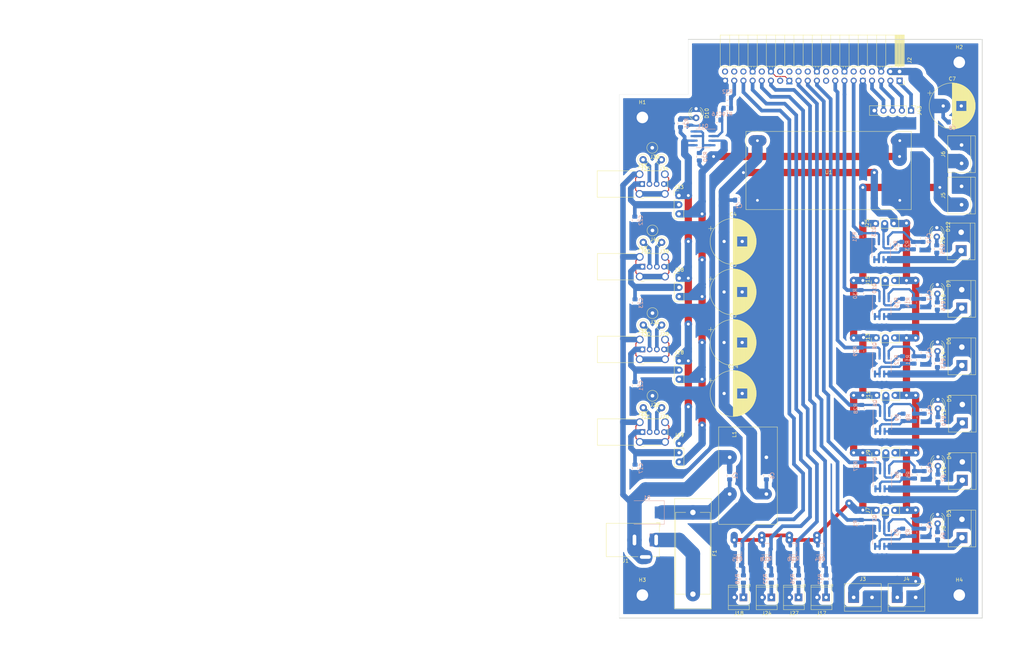
<source format=kicad_pcb>
(kicad_pcb (version 20171130) (host pcbnew "(5.1.6)-1")
  (layers (0 F.Cu signal) (31 B.Cu signal) (34 B.Paste user) (35 F.Paste user) (36 B.SilkS user) (37 F.SilkS user) (38 B.Mask user) (39 F.Mask user) (44 Edge.Cuts user))
  (net 0 "")
  (net 1 GNDREF)
  (net 2 "Net-(C1-Pad1)")
  (net 3 GND)
  (net 4 "Net-(C9-Pad1)")
  (net 5 "Net-(C10-Pad1)")
  (net 6 "Net-(C11-Pad1)")
  (net 7 "Net-(C12-Pad1)")
  (net 8 "Net-(C13-Pad1)")
  (net 9 /IN4)
  (net 10 /IN1)
  (net 11 "Net-(D3-Pad2)")
  (net 12 "Net-(D4-Pad2)")
  (net 13 "Net-(D5-Pad2)")
  (net 14 "Net-(D6-Pad2)")
  (net 15 "Net-(D7-Pad2)")
  (net 16 "Net-(F1-Pad2)")
  (net 17 /IN3)
  (net 18 /IN2)
  (net 19 /EN_USB1)
  (net 20 /OUT6)
  (net 21 /OUT3)
  (net 22 /OUT2)
  (net 23 /OUT5)
  (net 24 "Net-(C16-Pad1)")
  (net 25 "Net-(C17-Pad2)")
  (net 26 "Net-(C19-Pad1)")
  (net 27 "Net-(C21-Pad2)")
  (net 28 "Net-(C22-Pad2)")
  (net 29 "Net-(C23-Pad2)")
  (net 30 "Net-(D10-Pad2)")
  (net 31 "Net-(D12-Pad2)")
  (net 32 "Net-(J2-Pad40)")
  (net 33 "Net-(J2-Pad38)")
  (net 34 "Net-(J2-Pad36)")
  (net 35 "Net-(J2-Pad32)")
  (net 36 "Net-(J2-Pad28)")
  (net 37 "Net-(J2-Pad27)")
  (net 38 "Net-(J2-Pad26)")
  (net 39 "Net-(J2-Pad24)")
  (net 40 "Net-(J2-Pad22)")
  (net 41 "Net-(J2-Pad18)")
  (net 42 "Net-(J2-Pad17)")
  (net 43 "Net-(J2-Pad16)")
  (net 44 "Net-(J2-Pad12)")
  (net 45 /OUT4)
  (net 46 "Net-(J2-Pad10)")
  (net 47 "Net-(J2-Pad8)")
  (net 48 /OUT1)
  (net 49 "Net-(J7-Pad2)")
  (net 50 "Net-(J8-Pad1)")
  (net 51 "Net-(J9-Pad2)")
  (net 52 "Net-(J10-Pad1)")
  (net 53 "Net-(J11-Pad2)")
  (net 54 "Net-(J12-Pad1)")
  (net 55 "Net-(J13-Pad2)")
  (net 56 "Net-(J14-Pad1)")
  (net 57 "Net-(J15-Pad2)")
  (net 58 "Net-(J16-Pad1)")
  (net 59 "Net-(J20-Pad1)")
  (net 60 "Net-(J21-Pad1)")
  (net 61 "Net-(J29-Pad1)")
  (net 62 "Net-(Q11-Pad4)")
  (net 63 "Net-(J17-Pad1)")
  (net 64 "Net-(J18-Pad1)")
  (net 65 "Net-(J26-Pad1)")
  (net 66 5V2)
  (net 67 12V)
  (net 68 SW_5V2)
  (net 69 "Net-(J24-Pad1)")
  (net 70 "Net-(J25-Pad2)")
  (net 71 "Net-(J27-Pad1)")
  (net 72 "Net-(J30-Pad1)")
  (net 73 "Net-(J34-Pad1)")
  (net 74 "Net-(J35-Pad1)")
  (net 75 "Net-(J39-Pad1)")
  (net 76 "Net-(J40-Pad1)")
  (net 77 /GPIO4)
  (net 78 /SCL)
  (net 79 /SDA)
  (net 80 /3V3)
  (net 81 "Net-(Q2-Pad7)")
  (net 82 "Net-(Q4-Pad7)")
  (net 83 "Net-(Q6-Pad7)")
  (net 84 "Net-(Q8-Pad7)")
  (net 85 "Net-(Q10-Pad7)")
  (net 86 "Net-(Q13-Pad7)")
  (net 87 "Net-(C24-Pad1)")
  (module TerminalBlock:TerminalBlock_bornier-2_P5.08mm (layer F.Cu) (at 158.3155 147.32 90)
    (fp_text reference J10 (at 2.54 -5.08 90) (layer F.SilkS))
    (fp_text value 01x02)
    (pad 2 thru_hole circle (at 5.08 0 90) (size 3 3) (drill 1.52) (layers *.Cu *.Mask) (net 3 GND))
    (pad 1 thru_hole rect (at 0 0 90) (size 3 3) (drill 1.52) (layers *.Cu *.Mask) (net 52 "Net-(J10-Pad1)"))
  )
  (module xl4015:XL4015_Converter (layer F.Cu) (at 121.3485 61.6585)
    (fp_text reference U1 (at 0 0.5) (layer F.SilkS))
    (fp_text value XL4015)
    (pad 3 thru_hole oval (at 19.685 -8.255) (size 5 3) (drill 0.762) (layers *.Cu *.Mask) (net 66 5V2))
    (pad 4 thru_hole oval (at 19.685 8.255) (size 5 3) (drill 0.762) (layers *.Cu *.Mask) (net 3 GND))
    (pad 2 thru_hole oval (at -19.685 8.255) (size 5 3) (drill 0.762) (layers *.Cu *.Mask) (net 3 GND))
    (pad 1 thru_hole oval (at -19.685 -8.255) (size 5 3) (drill 0.762) (layers *.Cu *.Mask) (net 67 12V))
  )
  (module TerminalBlock:TerminalBlock_bornier-2_P5.08mm (layer F.Cu) (at 158.004 83.82 90)
    (fp_text reference J26 (at 2.54 -5.08 90) (layer F.SilkS))
    (fp_text value 01x02)
    (pad 2 thru_hole circle (at 5.08 0 90) (size 3 3) (drill 1.52) (layers *.Cu *.Mask) (net 3 GND))
    (pad 1 thru_hole rect (at 0 0 90) (size 3 3) (drill 1.52) (layers *.Cu *.Mask) (net 65 "Net-(J26-Pad1)"))
  )
  (module TerminalBlock:TerminalBlock_bornier-2_P5.08mm (layer F.Cu) (at 158.1585 99.695 90)
    (fp_text reference J16 (at 2.54 -5.08 90) (layer F.SilkS))
    (fp_text value 01x02)
    (pad 2 thru_hole circle (at 5.08 0 90) (size 3 3) (drill 1.52) (layers *.Cu *.Mask) (net 3 GND))
    (pad 1 thru_hole rect (at 0 0 90) (size 3 3) (drill 1.52) (layers *.Cu *.Mask) (net 58 "Net-(J16-Pad1)"))
  )
  (module TerminalBlock:TerminalBlock_bornier-2_P5.08mm (layer F.Cu) (at 158.187 115.57 90)
    (fp_text reference J14 (at 2.54 -5.08 90) (layer F.SilkS))
    (fp_text value 01x02)
    (pad 2 thru_hole circle (at 5.08 0 90) (size 3 3) (drill 1.52) (layers *.Cu *.Mask) (net 3 GND))
    (pad 1 thru_hole rect (at 0 0 90) (size 3 3) (drill 1.52) (layers *.Cu *.Mask) (net 56 "Net-(J14-Pad1)"))
  )
  (module TerminalBlock:TerminalBlock_bornier-2_P5.08mm (layer F.Cu) (at 158.322 131.445 90)
    (fp_text reference J12 (at 2.54 -5.08 90) (layer F.SilkS))
    (fp_text value 01x02)
    (pad 2 thru_hole circle (at 5.08 0 90) (size 3 3) (drill 1.52) (layers *.Cu *.Mask) (net 3 GND))
    (pad 1 thru_hole rect (at 0 0 90) (size 3 3) (drill 1.52) (layers *.Cu *.Mask) (net 54 "Net-(J12-Pad1)"))
  )
  (module TerminalBlock:TerminalBlock_bornier-2_P5.08mm (layer F.Cu) (at 158.2185 163.195 90)
    (fp_text reference J8 (at 2.54 -5.08 90) (layer F.SilkS))
    (fp_text value 01x02)
    (pad 2 thru_hole circle (at 5.08 0 90) (size 3 3) (drill 1.52) (layers *.Cu *.Mask) (net 3 GND))
    (pad 1 thru_hole rect (at 0 0 90) (size 3 3) (drill 1.52) (layers *.Cu *.Mask) (net 50 "Net-(J8-Pad1)"))
  )
  (module Capacitor_THT:CP_Radial_D12.5mm_P5.00mm (layer F.Cu) (at 92.456 123.317)
    (fp_text reference C24 (at 2.5 -7.5) (layer F.SilkS))
    (fp_text value 1000u)
    (pad 2 thru_hole circle (at 5 0) (size 2.4 2.4) (drill 0.9) (layers *.Cu *.Mask) (net 3 GND))
    (pad 1 thru_hole rect (at 0 0) (size 2.4 2.4) (drill 0.9) (layers *.Cu *.Mask) (net 87 "Net-(C24-Pad1)"))
  )
  (module Resistor_SMD:R_0805_2012Metric_Pad1.15x1.40mm_HandSolder (layer B.Cu) (at 93.345 41.529 180)
    (fp_text reference R32 (at 0 1.65 180) (layer B.SilkS) (effects (justify mirror)))
    (fp_text value 10k)
    (pad 2 smd roundrect (at 1.025 0 180) (size 1.15 1.4) (layers B.Cu B.Paste B.Mask) (roundrect_rratio 0.217391) (net 3 GND))
    (pad 1 smd roundrect (at -1.025 0 180) (size 1.15 1.4) (layers B.Cu B.Paste B.Mask) (roundrect_rratio 0.217391) (net 19 /EN_USB1))
  )
  (module Resistor_SMD:R_0805_2012Metric_Pad1.15x1.40mm_HandSolder (layer B.Cu) (at 130.3295 95.761 270)
    (fp_text reference R30 (at 0 1.65 270) (layer B.SilkS) (effects (justify mirror)))
    (fp_text value 10k)
    (pad 2 smd roundrect (at 1.025 0 270) (size 1.15 1.4) (layers B.Cu B.Paste B.Mask) (roundrect_rratio 0.217391) (net 3 GND))
    (pad 1 smd roundrect (at -1.025 0 270) (size 1.15 1.4) (layers B.Cu B.Paste B.Mask) (roundrect_rratio 0.217391) (net 22 /OUT2))
  )
  (module Resistor_SMD:R_0805_2012Metric_Pad1.15x1.40mm_HandSolder (layer B.Cu) (at 130.493 127.511 270)
    (fp_text reference R28 (at 0 1.65 270) (layer B.SilkS) (effects (justify mirror)))
    (fp_text value 10k)
    (pad 2 smd roundrect (at 1.025 0 270) (size 1.15 1.4) (layers B.Cu B.Paste B.Mask) (roundrect_rratio 0.217391) (net 3 GND))
    (pad 1 smd roundrect (at -1.025 0 270) (size 1.15 1.4) (layers B.Cu B.Paste B.Mask) (roundrect_rratio 0.217391) (net 45 /OUT4))
  )
  (module Resistor_SMD:R_0805_2012Metric_Pad1.15x1.40mm_HandSolder (layer B.Cu) (at 130.4865 143.386 270)
    (fp_text reference R27 (at 0 1.65 270) (layer B.SilkS) (effects (justify mirror)))
    (fp_text value 10k)
    (pad 2 smd roundrect (at 1.025 0 270) (size 1.15 1.4) (layers B.Cu B.Paste B.Mask) (roundrect_rratio 0.217391) (net 3 GND))
    (pad 1 smd roundrect (at -1.025 0 270) (size 1.15 1.4) (layers B.Cu B.Paste B.Mask) (roundrect_rratio 0.217391) (net 23 /OUT5))
  )
  (module Resistor_SMD:R_0805_2012Metric_Pad1.15x1.40mm_HandSolder (layer B.Cu) (at 151.4115 99.1265 90)
    (fp_text reference R16 (at 0 1.65 90) (layer B.SilkS) (effects (justify mirror)))
    (fp_text value 1k)
    (pad 2 smd roundrect (at 1.025 0 90) (size 1.15 1.4) (layers B.Cu B.Paste B.Mask) (roundrect_rratio 0.217391) (net 15 "Net-(D7-Pad2)"))
    (pad 1 smd roundrect (at -1.025 0 90) (size 1.15 1.4) (layers B.Cu B.Paste B.Mask) (roundrect_rratio 0.217391) (net 58 "Net-(J16-Pad1)"))
  )
  (module Resistor_SMD:R_0805_2012Metric_Pad1.15x1.40mm_HandSolder (layer B.Cu) (at 141.7595 98.174 270)
    (fp_text reference R15 (at 0 1.65 90) (layer B.SilkS) (effects (justify mirror)))
    (fp_text value 10k)
    (pad 2 smd roundrect (at 1.025 0 270) (size 1.15 1.4) (layers B.Cu B.Paste B.Mask) (roundrect_rratio 0.217391) (net 85 "Net-(Q10-Pad7)"))
    (pad 1 smd roundrect (at -1.025 0 270) (size 1.15 1.4) (layers B.Cu B.Paste B.Mask) (roundrect_rratio 0.217391) (net 57 "Net-(J15-Pad2)"))
  )
  (module Resistor_SMD:R_0805_2012Metric_Pad1.15x1.40mm_HandSolder (layer B.Cu) (at 144.9345 98.174 270)
    (fp_text reference R14 (at 0 1.65 90) (layer B.SilkS) (effects (justify mirror)))
    (fp_text value 10k)
    (pad 2 smd roundrect (at 1.025 0 270) (size 1.15 1.4) (layers B.Cu B.Paste B.Mask) (roundrect_rratio 0.217391) (net 85 "Net-(Q10-Pad7)"))
    (pad 1 smd roundrect (at -1.025 0 270) (size 1.15 1.4) (layers B.Cu B.Paste B.Mask) (roundrect_rratio 0.217391) (net 8 "Net-(C13-Pad1)"))
  )
  (module Resistor_SMD:R_0805_2012Metric_Pad1.15x1.40mm_HandSolder (layer B.Cu) (at 151.44 115.0015 90)
    (fp_text reference R13 (at 0 1.65 90) (layer B.SilkS) (effects (justify mirror)))
    (fp_text value 1k)
    (pad 2 smd roundrect (at 1.025 0 90) (size 1.15 1.4) (layers B.Cu B.Paste B.Mask) (roundrect_rratio 0.217391) (net 14 "Net-(D6-Pad2)"))
    (pad 1 smd roundrect (at -1.025 0 90) (size 1.15 1.4) (layers B.Cu B.Paste B.Mask) (roundrect_rratio 0.217391) (net 56 "Net-(J14-Pad1)"))
  )
  (module Resistor_SMD:R_0805_2012Metric_Pad1.15x1.40mm_HandSolder (layer B.Cu) (at 141.788 114.049 270)
    (fp_text reference R12 (at 0 1.65 90) (layer B.SilkS) (effects (justify mirror)))
    (fp_text value 10k)
    (pad 2 smd roundrect (at 1.025 0 270) (size 1.15 1.4) (layers B.Cu B.Paste B.Mask) (roundrect_rratio 0.217391) (net 84 "Net-(Q8-Pad7)"))
    (pad 1 smd roundrect (at -1.025 0 270) (size 1.15 1.4) (layers B.Cu B.Paste B.Mask) (roundrect_rratio 0.217391) (net 55 "Net-(J13-Pad2)"))
  )
  (module Resistor_SMD:R_0805_2012Metric_Pad1.15x1.40mm_HandSolder (layer B.Cu) (at 144.963 114.049 270)
    (fp_text reference R11 (at 0 1.65 90) (layer B.SilkS) (effects (justify mirror)))
    (fp_text value 10k)
    (pad 2 smd roundrect (at 1.025 0 270) (size 1.15 1.4) (layers B.Cu B.Paste B.Mask) (roundrect_rratio 0.217391) (net 84 "Net-(Q8-Pad7)"))
    (pad 1 smd roundrect (at -1.025 0 270) (size 1.15 1.4) (layers B.Cu B.Paste B.Mask) (roundrect_rratio 0.217391) (net 7 "Net-(C12-Pad1)"))
  )
  (module Resistor_SMD:R_0805_2012Metric_Pad1.15x1.40mm_HandSolder (layer B.Cu) (at 151.575 130.8765 90)
    (fp_text reference R10 (at 0 1.65 90) (layer B.SilkS) (effects (justify mirror)))
    (fp_text value 1k)
    (pad 2 smd roundrect (at 1.025 0 90) (size 1.15 1.4) (layers B.Cu B.Paste B.Mask) (roundrect_rratio 0.217391) (net 13 "Net-(D5-Pad2)"))
    (pad 1 smd roundrect (at -1.025 0 90) (size 1.15 1.4) (layers B.Cu B.Paste B.Mask) (roundrect_rratio 0.217391) (net 54 "Net-(J12-Pad1)"))
  )
  (module Resistor_SMD:R_0805_2012Metric_Pad1.15x1.40mm_HandSolder (layer B.Cu) (at 141.923 129.924 270)
    (fp_text reference R9 (at 0 1.65 90) (layer B.SilkS) (effects (justify mirror)))
    (fp_text value 10k)
    (pad 2 smd roundrect (at 1.025 0 270) (size 1.15 1.4) (layers B.Cu B.Paste B.Mask) (roundrect_rratio 0.217391) (net 83 "Net-(Q6-Pad7)"))
    (pad 1 smd roundrect (at -1.025 0 270) (size 1.15 1.4) (layers B.Cu B.Paste B.Mask) (roundrect_rratio 0.217391) (net 53 "Net-(J11-Pad2)"))
  )
  (module Resistor_SMD:R_0805_2012Metric_Pad1.15x1.40mm_HandSolder (layer B.Cu) (at 145.098 129.924 270)
    (fp_text reference R8 (at 0 1.65 90) (layer B.SilkS) (effects (justify mirror)))
    (fp_text value 10k)
    (pad 2 smd roundrect (at 1.025 0 270) (size 1.15 1.4) (layers B.Cu B.Paste B.Mask) (roundrect_rratio 0.217391) (net 83 "Net-(Q6-Pad7)"))
    (pad 1 smd roundrect (at -1.025 0 270) (size 1.15 1.4) (layers B.Cu B.Paste B.Mask) (roundrect_rratio 0.217391) (net 6 "Net-(C11-Pad1)"))
  )
  (module Resistor_SMD:R_0805_2012Metric_Pad1.15x1.40mm_HandSolder (layer B.Cu) (at 151.5685 146.7515 90)
    (fp_text reference R7 (at 0 1.65 90) (layer B.SilkS) (effects (justify mirror)))
    (fp_text value 1k)
    (pad 2 smd roundrect (at 1.025 0 90) (size 1.15 1.4) (layers B.Cu B.Paste B.Mask) (roundrect_rratio 0.217391) (net 12 "Net-(D4-Pad2)"))
    (pad 1 smd roundrect (at -1.025 0 90) (size 1.15 1.4) (layers B.Cu B.Paste B.Mask) (roundrect_rratio 0.217391) (net 52 "Net-(J10-Pad1)"))
  )
  (module Resistor_SMD:R_0805_2012Metric_Pad1.15x1.40mm_HandSolder (layer B.Cu) (at 141.9165 145.799 270)
    (fp_text reference R6 (at 0 1.65 90) (layer B.SilkS) (effects (justify mirror)))
    (fp_text value 10k)
    (pad 2 smd roundrect (at 1.025 0 270) (size 1.15 1.4) (layers B.Cu B.Paste B.Mask) (roundrect_rratio 0.217391) (net 82 "Net-(Q4-Pad7)"))
    (pad 1 smd roundrect (at -1.025 0 270) (size 1.15 1.4) (layers B.Cu B.Paste B.Mask) (roundrect_rratio 0.217391) (net 51 "Net-(J9-Pad2)"))
  )
  (module Resistor_SMD:R_0805_2012Metric_Pad1.15x1.40mm_HandSolder (layer B.Cu) (at 145.0915 145.799 270)
    (fp_text reference R5 (at 0 1.65 90) (layer B.SilkS) (effects (justify mirror)))
    (fp_text value 10k)
    (pad 2 smd roundrect (at 1.025 0 270) (size 1.15 1.4) (layers B.Cu B.Paste B.Mask) (roundrect_rratio 0.217391) (net 82 "Net-(Q4-Pad7)"))
    (pad 1 smd roundrect (at -1.025 0 270) (size 1.15 1.4) (layers B.Cu B.Paste B.Mask) (roundrect_rratio 0.217391) (net 5 "Net-(C10-Pad1)"))
  )
  (module Resistor_SMD:R_0805_2012Metric_Pad1.15x1.40mm_HandSolder (layer B.Cu) (at 151.4715 162.6765 90)
    (fp_text reference R4 (at 0 1.65 90) (layer B.SilkS) (effects (justify mirror)))
    (fp_text value 1k)
    (pad 2 smd roundrect (at 1.025 0 90) (size 1.15 1.4) (layers B.Cu B.Paste B.Mask) (roundrect_rratio 0.217391) (net 11 "Net-(D3-Pad2)"))
    (pad 1 smd roundrect (at -1.025 0 90) (size 1.15 1.4) (layers B.Cu B.Paste B.Mask) (roundrect_rratio 0.217391) (net 50 "Net-(J8-Pad1)"))
  )
  (module Resistor_SMD:R_0805_2012Metric_Pad1.15x1.40mm_HandSolder (layer B.Cu) (at 141.8195 161.724 270)
    (fp_text reference R3 (at 0 1.65 90) (layer B.SilkS) (effects (justify mirror)))
    (fp_text value 10k)
    (pad 2 smd roundrect (at 1.025 0 270) (size 1.15 1.4) (layers B.Cu B.Paste B.Mask) (roundrect_rratio 0.217391) (net 81 "Net-(Q2-Pad7)"))
    (pad 1 smd roundrect (at -1.025 0 270) (size 1.15 1.4) (layers B.Cu B.Paste B.Mask) (roundrect_rratio 0.217391) (net 49 "Net-(J7-Pad2)"))
  )
  (module Resistor_SMD:R_0805_2012Metric_Pad1.15x1.40mm_HandSolder (layer B.Cu) (at 144.9945 161.724 270)
    (fp_text reference R2 (at 0 1.65 90) (layer B.SilkS) (effects (justify mirror)))
    (fp_text value 10k)
    (pad 2 smd roundrect (at 1.025 0 270) (size 1.15 1.4) (layers B.Cu B.Paste B.Mask) (roundrect_rratio 0.217391) (net 81 "Net-(Q2-Pad7)"))
    (pad 1 smd roundrect (at -1.025 0 270) (size 1.15 1.4) (layers B.Cu B.Paste B.Mask) (roundrect_rratio 0.217391) (net 4 "Net-(C9-Pad1)"))
  )
  (module Resistor_SMD:R_0805_2012Metric_Pad1.15x1.40mm_HandSolder (layer B.Cu) (at 130.3895 159.311 270)
    (fp_text reference R1 (at 0 1.65 270) (layer B.SilkS) (effects (justify mirror)))
    (fp_text value 10k)
    (pad 2 smd roundrect (at 1.025 0 270) (size 1.15 1.4) (layers B.Cu B.Paste B.Mask) (roundrect_rratio 0.217391) (net 3 GND))
    (pad 1 smd roundrect (at -1.025 0 270) (size 1.15 1.4) (layers B.Cu B.Paste B.Mask) (roundrect_rratio 0.217391) (net 20 /OUT6))
  )
  (module Package_SO:SOIC-8_3.9x4.9mm_P1.27mm (layer B.Cu) (at 136.0445 99.571 270)
    (fp_text reference Q10 (at -5.334 2.032 90) (layer B.SilkS) (effects (justify mirror)))
    (fp_text value FDS8858CZ hide)
    (pad 8 smd roundrect (at 2.475 1.905 270) (size 1.95 0.6) (layers B.Cu B.Paste B.Mask) (net 85 "Net-(Q10-Pad7)"))
    (pad 7 smd roundrect (at 2.475 0.635 270) (size 1.95 0.6) (layers B.Cu B.Paste B.Mask) (net 85 "Net-(Q10-Pad7)"))
    (pad 6 smd roundrect (at 2.475 -0.635 270) (size 1.95 0.6) (layers B.Cu B.Paste B.Mask) (net 58 "Net-(J16-Pad1)"))
    (pad 5 smd roundrect (at 2.475 -1.905 270) (size 1.95 0.6) (layers B.Cu B.Paste B.Mask) (net 58 "Net-(J16-Pad1)"))
    (pad 4 smd roundrect (at -2.475 -1.905 270) (size 1.95 0.6) (layers B.Cu B.Paste B.Mask) (net 8 "Net-(C13-Pad1)"))
    (pad 3 smd roundrect (at -2.475 -0.635 270) (size 1.95 0.6) (layers B.Cu B.Paste B.Mask) (net 57 "Net-(J15-Pad2)"))
    (pad 2 smd roundrect (at -2.475 0.635 270) (size 1.95 0.6) (layers B.Cu B.Paste B.Mask) (net 22 /OUT2))
    (pad 1 smd roundrect (at -2.475 1.905 270) (size 1.95 0.6) (layers B.Cu B.Paste B.Mask) (net 3 GND))
  )
  (module Package_SO:SOIC-8_3.9x4.9mm_P1.27mm (layer B.Cu) (at 136.073 115.446 270)
    (fp_text reference Q8 (at -5.334 2.032 90) (layer B.SilkS) (effects (justify mirror)))
    (fp_text value FDS8858CZ hide)
    (pad 8 smd roundrect (at 2.475 1.905 270) (size 1.95 0.6) (layers B.Cu B.Paste B.Mask) (net 84 "Net-(Q8-Pad7)"))
    (pad 7 smd roundrect (at 2.475 0.635 270) (size 1.95 0.6) (layers B.Cu B.Paste B.Mask) (net 84 "Net-(Q8-Pad7)"))
    (pad 6 smd roundrect (at 2.475 -0.635 270) (size 1.95 0.6) (layers B.Cu B.Paste B.Mask) (net 56 "Net-(J14-Pad1)"))
    (pad 5 smd roundrect (at 2.475 -1.905 270) (size 1.95 0.6) (layers B.Cu B.Paste B.Mask) (net 56 "Net-(J14-Pad1)"))
    (pad 4 smd roundrect (at -2.475 -1.905 270) (size 1.95 0.6) (layers B.Cu B.Paste B.Mask) (net 7 "Net-(C12-Pad1)"))
    (pad 3 smd roundrect (at -2.475 -0.635 270) (size 1.95 0.6) (layers B.Cu B.Paste B.Mask) (net 55 "Net-(J13-Pad2)"))
    (pad 2 smd roundrect (at -2.475 0.635 270) (size 1.95 0.6) (layers B.Cu B.Paste B.Mask) (net 21 /OUT3))
    (pad 1 smd roundrect (at -2.475 1.905 270) (size 1.95 0.6) (layers B.Cu B.Paste B.Mask) (net 3 GND))
  )
  (module Package_SO:SOIC-8_3.9x4.9mm_P1.27mm (layer B.Cu) (at 136.208 131.321 270)
    (fp_text reference Q6 (at -5.334 2.032 90) (layer B.SilkS) (effects (justify mirror)))
    (fp_text value FDS8858CZ hide)
    (pad 8 smd roundrect (at 2.475 1.905 270) (size 1.95 0.6) (layers B.Cu B.Paste B.Mask) (net 83 "Net-(Q6-Pad7)"))
    (pad 7 smd roundrect (at 2.475 0.635 270) (size 1.95 0.6) (layers B.Cu B.Paste B.Mask) (net 83 "Net-(Q6-Pad7)"))
    (pad 6 smd roundrect (at 2.475 -0.635 270) (size 1.95 0.6) (layers B.Cu B.Paste B.Mask) (net 54 "Net-(J12-Pad1)"))
    (pad 5 smd roundrect (at 2.475 -1.905 270) (size 1.95 0.6) (layers B.Cu B.Paste B.Mask) (net 54 "Net-(J12-Pad1)"))
    (pad 4 smd roundrect (at -2.475 -1.905 270) (size 1.95 0.6) (layers B.Cu B.Paste B.Mask) (net 6 "Net-(C11-Pad1)"))
    (pad 3 smd roundrect (at -2.475 -0.635 270) (size 1.95 0.6) (layers B.Cu B.Paste B.Mask) (net 53 "Net-(J11-Pad2)"))
    (pad 2 smd roundrect (at -2.475 0.635 270) (size 1.95 0.6) (layers B.Cu B.Paste B.Mask) (net 45 /OUT4))
    (pad 1 smd roundrect (at -2.475 1.905 270) (size 1.95 0.6) (layers B.Cu B.Paste B.Mask) (net 3 GND))
  )
  (module Package_SO:SOIC-8_3.9x4.9mm_P1.27mm (layer B.Cu) (at 136.2015 147.196 270)
    (fp_text reference Q4 (at -5.334 2.032 90) (layer B.SilkS) (effects (justify mirror)))
    (fp_text value FDS8858CZ hide)
    (pad 8 smd roundrect (at 2.475 1.905 270) (size 1.95 0.6) (layers B.Cu B.Paste B.Mask) (net 82 "Net-(Q4-Pad7)"))
    (pad 7 smd roundrect (at 2.475 0.635 270) (size 1.95 0.6) (layers B.Cu B.Paste B.Mask) (net 82 "Net-(Q4-Pad7)"))
    (pad 6 smd roundrect (at 2.475 -0.635 270) (size 1.95 0.6) (layers B.Cu B.Paste B.Mask) (net 52 "Net-(J10-Pad1)"))
    (pad 5 smd roundrect (at 2.475 -1.905 270) (size 1.95 0.6) (layers B.Cu B.Paste B.Mask) (net 52 "Net-(J10-Pad1)"))
    (pad 4 smd roundrect (at -2.475 -1.905 270) (size 1.95 0.6) (layers B.Cu B.Paste B.Mask) (net 5 "Net-(C10-Pad1)"))
    (pad 3 smd roundrect (at -2.475 -0.635 270) (size 1.95 0.6) (layers B.Cu B.Paste B.Mask) (net 51 "Net-(J9-Pad2)"))
    (pad 2 smd roundrect (at -2.475 0.635 270) (size 1.95 0.6) (layers B.Cu B.Paste B.Mask) (net 23 /OUT5))
    (pad 1 smd roundrect (at -2.475 1.905 270) (size 1.95 0.6) (layers B.Cu B.Paste B.Mask) (net 3 GND))
  )
  (module Package_SO:SOIC-8_3.9x4.9mm_P1.27mm (layer B.Cu) (at 136.1045 163.121 270)
    (fp_text reference Q2 (at -5.334 2.032 90) (layer B.SilkS) (effects (justify mirror)))
    (fp_text value FDS8858CZ hide)
    (pad 8 smd roundrect (at 2.475 1.905 270) (size 1.95 0.6) (layers B.Cu B.Paste B.Mask) (net 81 "Net-(Q2-Pad7)"))
    (pad 7 smd roundrect (at 2.475 0.635 270) (size 1.95 0.6) (layers B.Cu B.Paste B.Mask) (net 81 "Net-(Q2-Pad7)"))
    (pad 6 smd roundrect (at 2.475 -0.635 270) (size 1.95 0.6) (layers B.Cu B.Paste B.Mask) (net 50 "Net-(J8-Pad1)"))
    (pad 5 smd roundrect (at 2.475 -1.905 270) (size 1.95 0.6) (layers B.Cu B.Paste B.Mask) (net 50 "Net-(J8-Pad1)"))
    (pad 4 smd roundrect (at -2.475 -1.905 270) (size 1.95 0.6) (layers B.Cu B.Paste B.Mask) (net 4 "Net-(C9-Pad1)"))
    (pad 3 smd roundrect (at -2.475 -0.635 270) (size 1.95 0.6) (layers B.Cu B.Paste B.Mask) (net 49 "Net-(J7-Pad2)"))
    (pad 2 smd roundrect (at -2.475 0.635 270) (size 1.95 0.6) (layers B.Cu B.Paste B.Mask) (net 20 /OUT6))
    (pad 1 smd roundrect (at -2.475 1.905 270) (size 1.95 0.6) (layers B.Cu B.Paste B.Mask) (net 3 GND))
  )
  (module LED_THT:LED_D3.0mm (layer F.Cu) (at 151.4275 93.221 270)
    (fp_text reference D7 (at -0.254 -3.1115 90) (layer F.SilkS))
    (fp_text value LED hide)
    (pad 2 thru_hole circle (at 2.54 0 270) (size 1.8 1.8) (drill 0.9) (layers *.Cu *.Mask) (net 15 "Net-(D7-Pad2)"))
    (pad 1 thru_hole rect (at 0 0 270) (size 1.8 1.8) (drill 0.9) (layers *.Cu *.Mask) (net 3 GND))
  )
  (module LED_THT:LED_D3.0mm (layer F.Cu) (at 151.456 109.096 270)
    (fp_text reference D6 (at -0.254 -3.1115 90) (layer F.SilkS))
    (fp_text value LED hide)
    (pad 2 thru_hole circle (at 2.54 0 270) (size 1.8 1.8) (drill 0.9) (layers *.Cu *.Mask) (net 14 "Net-(D6-Pad2)"))
    (pad 1 thru_hole rect (at 0 0 270) (size 1.8 1.8) (drill 0.9) (layers *.Cu *.Mask) (net 3 GND))
  )
  (module LED_THT:LED_D3.0mm (layer F.Cu) (at 151.591 124.971 270)
    (fp_text reference D5 (at -0.254 -3.1115 90) (layer F.SilkS))
    (fp_text value LED hide)
    (pad 2 thru_hole circle (at 2.54 0 270) (size 1.8 1.8) (drill 0.9) (layers *.Cu *.Mask) (net 13 "Net-(D5-Pad2)"))
    (pad 1 thru_hole rect (at 0 0 270) (size 1.8 1.8) (drill 0.9) (layers *.Cu *.Mask) (net 3 GND))
  )
  (module LED_THT:LED_D3.0mm (layer F.Cu) (at 151.5845 140.846 270)
    (fp_text reference D4 (at -0.254 -3.1115 90) (layer F.SilkS))
    (fp_text value LED hide)
    (pad 2 thru_hole circle (at 2.54 0 270) (size 1.8 1.8) (drill 0.9) (layers *.Cu *.Mask) (net 12 "Net-(D4-Pad2)"))
    (pad 1 thru_hole rect (at 0 0 270) (size 1.8 1.8) (drill 0.9) (layers *.Cu *.Mask) (net 3 GND))
  )
  (module LED_THT:LED_D3.0mm (layer F.Cu) (at 151.4875 156.771 270)
    (fp_text reference D3 (at -0.254 -3.1115 90) (layer F.SilkS))
    (fp_text value LED hide)
    (pad 2 thru_hole circle (at 2.54 0 270) (size 1.8 1.8) (drill 0.9) (layers *.Cu *.Mask) (net 11 "Net-(D3-Pad2)"))
    (pad 1 thru_hole rect (at 0 0 270) (size 1.8 1.8) (drill 0.9) (layers *.Cu *.Mask) (net 3 GND))
  )
  (module Capacitor_SMD:C_0805_2012Metric_Pad1.15x1.40mm_HandSolder (layer B.Cu) (at 147.6015 96.142 90)
    (fp_text reference C13 (at 0 1.65 90) (layer B.SilkS) (effects (justify mirror)))
    (fp_text value 100n)
    (pad 2 smd roundrect (at 1.025 0 90) (size 1.15 1.4) (layers B.Cu B.Paste B.Mask) (roundrect_rratio 0.217391) (net 3 GND))
    (pad 1 smd roundrect (at -1.025 0 90) (size 1.15 1.4) (layers B.Cu B.Paste B.Mask) (roundrect_rratio 0.217391) (net 8 "Net-(C13-Pad1)"))
  )
  (module Capacitor_SMD:C_0805_2012Metric_Pad1.15x1.40mm_HandSolder (layer B.Cu) (at 147.63 112.017 90)
    (fp_text reference C12 (at 0 1.65 90) (layer B.SilkS) (effects (justify mirror)))
    (fp_text value 100n)
    (pad 2 smd roundrect (at 1.025 0 90) (size 1.15 1.4) (layers B.Cu B.Paste B.Mask) (roundrect_rratio 0.217391) (net 3 GND))
    (pad 1 smd roundrect (at -1.025 0 90) (size 1.15 1.4) (layers B.Cu B.Paste B.Mask) (roundrect_rratio 0.217391) (net 7 "Net-(C12-Pad1)"))
  )
  (module Capacitor_SMD:C_0805_2012Metric_Pad1.15x1.40mm_HandSolder (layer B.Cu) (at 147.765 127.892 90)
    (fp_text reference C11 (at 0 1.65 90) (layer B.SilkS) (effects (justify mirror)))
    (fp_text value 100n)
    (pad 2 smd roundrect (at 1.025 0 90) (size 1.15 1.4) (layers B.Cu B.Paste B.Mask) (roundrect_rratio 0.217391) (net 3 GND))
    (pad 1 smd roundrect (at -1.025 0 90) (size 1.15 1.4) (layers B.Cu B.Paste B.Mask) (roundrect_rratio 0.217391) (net 6 "Net-(C11-Pad1)"))
  )
  (module Capacitor_SMD:C_0805_2012Metric_Pad1.15x1.40mm_HandSolder (layer B.Cu) (at 147.7585 143.767 90)
    (fp_text reference C10 (at 0 1.65 90) (layer B.SilkS) (effects (justify mirror)))
    (fp_text value 100n)
    (pad 2 smd roundrect (at 1.025 0 90) (size 1.15 1.4) (layers B.Cu B.Paste B.Mask) (roundrect_rratio 0.217391) (net 3 GND))
    (pad 1 smd roundrect (at -1.025 0 90) (size 1.15 1.4) (layers B.Cu B.Paste B.Mask) (roundrect_rratio 0.217391) (net 5 "Net-(C10-Pad1)"))
  )
  (module Capacitor_SMD:C_0805_2012Metric_Pad1.15x1.40mm_HandSolder (layer B.Cu) (at 147.6615 159.692 90)
    (fp_text reference C9 (at 0 1.65 90) (layer B.SilkS) (effects (justify mirror)))
    (fp_text value 100n)
    (pad 2 smd roundrect (at 1.025 0 90) (size 1.15 1.4) (layers B.Cu B.Paste B.Mask) (roundrect_rratio 0.217391) (net 3 GND))
    (pad 1 smd roundrect (at -1.025 0 90) (size 1.15 1.4) (layers B.Cu B.Paste B.Mask) (roundrect_rratio 0.217391) (net 4 "Net-(C9-Pad1)"))
  )
  (module Connector_PinHeader_2.54mm:PinHeader_1x03_P2.54mm_Vertical (layer F.Cu) (at 134.6365 123.825 90)
    (fp_text reference J11 (at 0 -2.33 90) (layer F.SilkS))
    (fp_text value Conn_01x03)
    (pad 3 thru_hole oval (at 0 5.08 90) (size 1.7 1.7) (drill 1) (layers *.Cu *.Mask) (net 67 12V))
    (pad 2 thru_hole oval (at 0 2.54 90) (size 1.7 1.7) (drill 1) (layers *.Cu *.Mask) (net 53 "Net-(J11-Pad2)"))
    (pad 1 thru_hole rect (at 0 0 90) (size 1.7 1.7) (drill 1) (layers *.Cu *.Mask) (net 66 5V2))
  )
  (module Connector_PinHeader_2.54mm:PinHeader_1x03_P2.54mm_Vertical (layer F.Cu) (at 134.533 155.625 90)
    (fp_text reference J7 (at 0 -2.33 90) (layer F.SilkS))
    (fp_text value Conn_01x03)
    (pad 3 thru_hole oval (at 0 5.08 90) (size 1.7 1.7) (drill 1) (layers *.Cu *.Mask) (net 67 12V))
    (pad 2 thru_hole oval (at 0 2.54 90) (size 1.7 1.7) (drill 1) (layers *.Cu *.Mask) (net 49 "Net-(J7-Pad2)"))
    (pad 1 thru_hole rect (at 0 0 90) (size 1.7 1.7) (drill 1) (layers *.Cu *.Mask) (net 66 5V2))
  )
  (module Resistor_SMD:R_0805_2012Metric_Pad1.15x1.40mm_HandSolder (layer B.Cu) (at 130.175 80.01 270)
    (fp_text reference R31 (at 0 1.65 270) (layer B.SilkS) (effects (justify mirror)))
    (fp_text value 10k)
    (pad 2 smd roundrect (at 1.025 0 270) (size 1.15 1.4) (layers B.Cu B.Paste B.Mask) (roundrect_rratio 0.217391) (net 3 GND))
    (pad 1 smd roundrect (at -1.025 0 270) (size 1.15 1.4) (layers B.Cu B.Paste B.Mask) (roundrect_rratio 0.217391) (net 48 /OUT1))
  )
  (module Resistor_SMD:R_0805_2012Metric_Pad1.15x1.40mm_HandSolder (layer B.Cu) (at 130.358 111.636 270)
    (fp_text reference R29 (at 0 1.65 270) (layer B.SilkS) (effects (justify mirror)))
    (fp_text value 10k)
    (pad 2 smd roundrect (at 1.025 0 270) (size 1.15 1.4) (layers B.Cu B.Paste B.Mask) (roundrect_rratio 0.217391) (net 3 GND))
    (pad 1 smd roundrect (at -1.025 0 270) (size 1.15 1.4) (layers B.Cu B.Paste B.Mask) (roundrect_rratio 0.217391) (net 21 /OUT3))
  )
  (module Resistor_SMD:R_0805_2012Metric_Pad1.15x1.40mm_HandSolder (layer B.Cu) (at 141.605 82.423 270)
    (fp_text reference R24 (at 0 1.65 90) (layer B.SilkS) (effects (justify mirror)))
    (fp_text value 10k)
    (pad 2 smd roundrect (at 1.025 0 270) (size 1.15 1.4) (layers B.Cu B.Paste B.Mask) (roundrect_rratio 0.217391) (net 86 "Net-(Q13-Pad7)"))
    (pad 1 smd roundrect (at -1.025 0 270) (size 1.15 1.4) (layers B.Cu B.Paste B.Mask) (roundrect_rratio 0.217391) (net 70 "Net-(J25-Pad2)"))
  )
  (module Capacitor_THT:CP_Radial_D12.5mm_P5.00mm (layer F.Cu) (at 92.456 81.28)
    (fp_text reference C4 (at 2.5 -7.5) (layer F.SilkS))
    (fp_text value 1000u)
    (pad 2 thru_hole circle (at 5 0) (size 2.4 2.4) (drill 0.9) (layers *.Cu *.Mask) (net 3 GND))
    (pad 1 thru_hole rect (at 0 0) (size 2.4 2.4) (drill 0.9) (layers *.Cu *.Mask) (net 67 12V))
  )
  (module Capacitor_THT:CP_Radial_D12.5mm_P5.00mm (layer F.Cu) (at 153.035 43.815)
    (fp_text reference C7 (at 2.5 -7.5) (layer F.SilkS))
    (fp_text value 3300u)
    (pad 2 thru_hole circle (at 5 0) (size 2.4 2.4) (drill 0.9) (layers *.Cu *.Mask) (net 3 GND))
    (pad 1 thru_hole rect (at 0 0) (size 2.4 2.4) (drill 0.9) (layers *.Cu *.Mask) (net 66 5V2))
  )
  (module Connector_PinHeader_2.54mm:PinHeader_1x03_P2.54mm_Vertical (layer F.Cu) (at 134.63 139.7 90)
    (fp_text reference J9 (at 0 -2.33 90) (layer F.SilkS))
    (fp_text value Conn_01x03)
    (pad 3 thru_hole oval (at 0 5.08 90) (size 1.7 1.7) (drill 1) (layers *.Cu *.Mask) (net 67 12V))
    (pad 2 thru_hole oval (at 0 2.54 90) (size 1.7 1.7) (drill 1) (layers *.Cu *.Mask) (net 51 "Net-(J9-Pad2)"))
    (pad 1 thru_hole rect (at 0 0 90) (size 1.7 1.7) (drill 1) (layers *.Cu *.Mask) (net 66 5V2))
  )
  (module TestPoint:TestPoint_Loop_D2.50mm_Drill1.0mm_LowProfile (layer F.Cu) (at 72.644 78.232)
    (fp_text reference J41 (at 0.7 2.5) (layer F.SilkS))
    (fp_text value Conn_01x01)
    (pad 1 thru_hole circle (at 0 0) (size 2 2) (drill 1) (layers *.Cu *.Mask) (net 3 GND))
  )
  (module TestPoint:TestPoint_Loop_D2.50mm_Drill1.0mm_LowProfile (layer F.Cu) (at 72.5805 55.372)
    (fp_text reference J36 (at 0.7 2.5) (layer F.SilkS))
    (fp_text value Conn_01x01)
    (pad 1 thru_hole circle (at 0 0) (size 2 2) (drill 1) (layers *.Cu *.Mask) (net 3 GND))
  )
  (module TestPoint:TestPoint_Loop_D2.50mm_Drill1.0mm_LowProfile (layer F.Cu) (at 72.644 101.092)
    (fp_text reference J31 (at 0.7 2.5) (layer F.SilkS))
    (fp_text value Conn_01x01)
    (pad 1 thru_hole circle (at 0 0) (size 2 2) (drill 1) (layers *.Cu *.Mask) (net 3 GND))
  )
  (module TestPoint:TestPoint_Loop_D2.50mm_Drill1.0mm_LowProfile (layer F.Cu) (at 72.644 123.952)
    (fp_text reference J22 (at 0.7 2.5) (layer F.SilkS))
    (fp_text value Conn_01x01)
    (pad 1 thru_hole circle (at 0 0) (size 2 2) (drill 1) (layers *.Cu *.Mask) (net 3 GND))
  )
  (module TerminalBlock:TerminalBlock_bornier-2_P5.08mm (layer F.Cu) (at 158.115 59.69 90)
    (fp_text reference J6 (at 2.54 -5.08 90) (layer F.SilkS))
    (fp_text value 01x02)
    (pad 2 thru_hole circle (at 5.08 0 90) (size 3 3) (drill 1) (layers *.Cu *.Mask) (net 3 GND))
    (pad 1 thru_hole rect (at 0 0 90) (size 3 3) (drill 1) (layers *.Cu *.Mask) (net 66 5V2))
  )
  (module TerminalBlock:TerminalBlock_bornier-2_P5.08mm (layer F.Cu) (at 158.115 71.12 90)
    (fp_text reference J5 (at 2.54 -5.08 90) (layer F.SilkS))
    (fp_text value 01x02)
    (pad 2 thru_hole circle (at 5.08 0 90) (size 3 3) (drill 1) (layers *.Cu *.Mask) (net 3 GND))
    (pad 1 thru_hole rect (at 0 0 90) (size 3 3) (drill 1) (layers *.Cu *.Mask) (net 66 5V2))
  )
  (module TerminalBlock:TerminalBlock_bornier-2_P5.08mm (layer F.Cu) (at 140.335 179.705)
    (fp_text reference J4 (at 2.54 -5.08) (layer F.SilkS))
    (fp_text value 01x02)
    (pad 2 thru_hole circle (at 5.08 0) (size 3 3) (drill 1) (layers *.Cu *.Mask) (net 3 GND))
    (pad 1 thru_hole rect (at 0 0) (size 3 3) (drill 1) (layers *.Cu *.Mask) (net 67 12V))
  )
  (module TerminalBlock:TerminalBlock_bornier-2_P5.08mm (layer F.Cu) (at 128.27 179.705)
    (fp_text reference J3 (at 2.54 -5.08) (layer F.SilkS))
    (fp_text value 01x02)
    (pad 2 thru_hole circle (at 5.08 0) (size 3 3) (drill 1) (layers *.Cu *.Mask) (net 3 GND))
    (pad 1 thru_hole rect (at 0 0) (size 3 3) (drill 1) (layers *.Cu *.Mask) (net 67 12V))
  )
  (module rtlsdr_rpi:Fuseholder_Cylinder-5x20mm_Stelvio-Kontek_PTF78_Horizontal_Closed (layer F.Cu) (at 83.82 156.21 270)
    (fp_text reference F1 (at 11.25 -6 270) (layer F.SilkS))
    (fp_text value Fuse)
    (pad 1 thru_hole circle (at 0 0 270) (size 3 3) (drill 1.5) (layers *.Cu *.Mask) (net 2 "Net-(C1-Pad1)"))
    (pad 2 thru_hole circle (at 22.6 0 270) (size 3 3) (drill 1.5) (layers *.Cu *.Mask) (net 16 "Net-(F1-Pad2)"))
  )
  (module TestPoint:TestPoint_Loop_D2.50mm_Drill1.0mm_LowProfile (layer F.Cu) (at 75.1205 58.674)
    (fp_text reference J34 (at 0.7 2.5) (layer F.SilkS))
    (fp_text value Conn_01x01)
    (pad 1 thru_hole circle (at 0 0) (size 2 2) (drill 1) (layers *.Cu *.Mask) (net 73 "Net-(J34-Pad1)"))
  )
  (module TestPoint:TestPoint_Loop_D2.50mm_Drill1.0mm_LowProfile (layer F.Cu) (at 70.0405 58.674)
    (fp_text reference J35 (at 0.7 2.5) (layer F.SilkS))
    (fp_text value Conn_01x01)
    (pad 1 thru_hole circle (at 0 0) (size 2 2) (drill 1) (layers *.Cu *.Mask) (net 74 "Net-(J35-Pad1)"))
  )
  (module TestPoint:TestPoint_Loop_D2.50mm_Drill1.0mm_LowProfile (layer F.Cu) (at 75.184 127.254)
    (fp_text reference J20 (at 0.7 2.5) (layer F.SilkS))
    (fp_text value Conn_01x01)
    (pad 1 thru_hole circle (at 0 0) (size 2 2) (drill 1) (layers *.Cu *.Mask) (net 59 "Net-(J20-Pad1)"))
  )
  (module Package_SO:SOIC-8_3.9x4.9mm_P1.27mm (layer B.Cu) (at 135.89 83.82 270)
    (fp_text reference Q13 (at -5.334 2.032 90) (layer B.SilkS) (effects (justify mirror)))
    (fp_text value FDS8858CZ hide)
    (pad 8 smd roundrect (at 2.475 1.905 270) (size 1.95 0.6) (layers B.Cu B.Paste B.Mask) (net 86 "Net-(Q13-Pad7)"))
    (pad 7 smd roundrect (at 2.475 0.635 270) (size 1.95 0.6) (layers B.Cu B.Paste B.Mask) (net 86 "Net-(Q13-Pad7)"))
    (pad 6 smd roundrect (at 2.475 -0.635 270) (size 1.95 0.6) (layers B.Cu B.Paste B.Mask) (net 65 "Net-(J26-Pad1)"))
    (pad 5 smd roundrect (at 2.475 -1.905 270) (size 1.95 0.6) (layers B.Cu B.Paste B.Mask) (net 65 "Net-(J26-Pad1)"))
    (pad 4 smd roundrect (at -2.475 -1.905 270) (size 1.95 0.6) (layers B.Cu B.Paste B.Mask) (net 26 "Net-(C19-Pad1)"))
    (pad 3 smd roundrect (at -2.475 -0.635 270) (size 1.95 0.6) (layers B.Cu B.Paste B.Mask) (net 70 "Net-(J25-Pad2)"))
    (pad 2 smd roundrect (at -2.475 0.635 270) (size 1.95 0.6) (layers B.Cu B.Paste B.Mask) (net 48 /OUT1))
    (pad 1 smd roundrect (at -2.475 1.905 270) (size 1.95 0.6) (layers B.Cu B.Paste B.Mask) (net 3 GND))
  )
  (module Connector_PinHeader_2.54mm:PinHeader_1x03_P2.54mm_Vertical (layer F.Cu) (at 80.01 91.44)
    (fp_text reference J38 (at 0 -2.33) (layer F.SilkS))
    (fp_text value Conn_01x03)
    (pad 3 thru_hole oval (at 0 5.08) (size 1.7 1.7) (drill 0.9) (layers *.Cu *.Mask) (net 66 5V2))
    (pad 2 thru_hole oval (at 0 2.54) (size 1.7 1.7) (drill 1) (layers *.Cu *.Mask) (net 29 "Net-(C23-Pad2)"))
    (pad 1 thru_hole rect (at 0 0) (size 1.7 1.7) (drill 1) (layers *.Cu *.Mask) (net 68 SW_5V2))
  )
  (module Connector_PinHeader_2.54mm:PinHeader_1x03_P2.54mm_Vertical (layer F.Cu) (at 79.9465 68.58)
    (fp_text reference J33 (at 0 -2.33) (layer F.SilkS))
    (fp_text value Conn_01x03)
    (pad 3 thru_hole oval (at 0 5.08) (size 1.7 1.7) (drill 1) (layers *.Cu *.Mask) (net 66 5V2))
    (pad 2 thru_hole oval (at 0 2.54) (size 1.7 1.7) (drill 1) (layers *.Cu *.Mask) (net 28 "Net-(C22-Pad2)"))
    (pad 1 thru_hole rect (at 0 0) (size 1.7 1.7) (drill 1) (layers *.Cu *.Mask) (net 68 SW_5V2))
  )
  (module Connector_PinHeader_2.54mm:PinHeader_1x03_P2.54mm_Vertical (layer F.Cu) (at 80.01 114.3)
    (fp_text reference J28 (at 0 -2.33) (layer F.SilkS))
    (fp_text value Conn_01x03)
    (pad 3 thru_hole oval (at 0 5.08) (size 1.7 1.7) (drill 1) (layers *.Cu *.Mask) (net 66 5V2))
    (pad 2 thru_hole oval (at 0 2.54) (size 1.7 1.7) (drill 1) (layers *.Cu *.Mask) (net 27 "Net-(C21-Pad2)"))
    (pad 1 thru_hole rect (at 0 0) (size 1.7 1.7) (drill 1) (layers *.Cu *.Mask) (net 68 SW_5V2))
  )
  (module TerminalBlock_TE-Connectivity:TerminalBlock_TE_282834-2_1x02_P2.54mm_Horizontal (layer F.Cu) (at 113.03 179.705 180)
    (fp_text reference J27 (at 1.27 -4.37 180) (layer F.SilkS))
    (fp_text value 01x02)
    (pad 2 thru_hole circle (at 2.54 0 180) (size 2.1 2.1) (drill 0.9) (layers *.Cu *.Mask) (net 3 GND))
    (pad 1 thru_hole rect (at 0 0 180) (size 2.1 2.1) (drill 0.9) (layers *.Cu *.Mask) (net 71 "Net-(J27-Pad1)"))
  )
  (module Connector_PinHeader_2.54mm:PinHeader_1x03_P2.54mm_Vertical (layer F.Cu) (at 134.3185 76.324 90)
    (fp_text reference J25 (at 0 -2.33 90) (layer F.SilkS))
    (fp_text value Conn_01x03)
    (pad 3 thru_hole oval (at 0 5.08 90) (size 1.7 1.7) (drill 1) (layers *.Cu *.Mask) (net 67 12V))
    (pad 2 thru_hole oval (at 0 2.54 90) (size 1.7 1.7) (drill 1) (layers *.Cu *.Mask) (net 70 "Net-(J25-Pad2)"))
    (pad 1 thru_hole rect (at 0 0 90) (size 1.7 1.7) (drill 1) (layers *.Cu *.Mask) (net 66 5V2))
  )
  (module TerminalBlock_TE-Connectivity:TerminalBlock_TE_282834-2_1x02_P2.54mm_Horizontal (layer F.Cu) (at 105.5015 179.707 180)
    (fp_text reference J24 (at 1.27 -4.37 180) (layer F.SilkS))
    (fp_text value 01x02)
    (pad 2 thru_hole circle (at 2.54 0 180) (size 2.1 2.1) (drill 0.9) (layers *.Cu *.Mask) (net 3 GND))
    (pad 1 thru_hole rect (at 0 0 180) (size 2.1 2.1) (drill 0.9) (layers *.Cu *.Mask) (net 69 "Net-(J24-Pad1)"))
  )
  (module Connector_PinHeader_2.54mm:PinHeader_1x03_P2.54mm_Vertical (layer F.Cu) (at 80.01 137.16)
    (fp_text reference J19 (at 0 -2.33) (layer F.SilkS))
    (fp_text value Conn_01x03)
    (pad 3 thru_hole oval (at 0 5.08) (size 1.7 1.7) (drill 0.9) (layers *.Cu *.Mask) (net 66 5V2))
    (pad 2 thru_hole oval (at 0 2.54) (size 1.7 1.7) (drill 0.9) (layers *.Cu *.Mask) (net 25 "Net-(C17-Pad2)"))
    (pad 1 thru_hole rect (at 0 0) (size 1.7 1.7) (drill 0.9) (layers *.Cu *.Mask) (net 68 SW_5V2))
  )
  (module TerminalBlock_TE-Connectivity:TerminalBlock_TE_282834-2_1x02_P2.54mm_Horizontal (layer F.Cu) (at 97.79 179.705 180)
    (fp_text reference J18 (at 1.27 -4.37 180) (layer F.SilkS))
    (fp_text value 01x02)
    (pad 2 thru_hole circle (at 2.54 0 180) (size 2.1 2.1) (drill 0.9) (layers *.Cu *.Mask) (net 3 GND))
    (pad 1 thru_hole rect (at 0 0 180) (size 2.1 2.1) (drill 0.9) (layers *.Cu *.Mask) (net 64 "Net-(J18-Pad1)"))
  )
  (module TerminalBlock_TE-Connectivity:TerminalBlock_TE_282834-2_1x02_P2.54mm_Horizontal (layer F.Cu) (at 120.65 179.705 180)
    (fp_text reference J17 (at 1.27 -4.37) (layer F.SilkS))
    (fp_text value 01x02)
    (pad 2 thru_hole circle (at 2.54 0 180) (size 2.1 2.1) (drill 0.9) (layers *.Cu *.Mask) (net 3 GND))
    (pad 1 thru_hole rect (at 0 0 180) (size 2.1 2.1) (drill 0.9) (layers *.Cu *.Mask) (net 63 "Net-(J17-Pad1)"))
  )
  (module Connector_PinHeader_2.54mm:PinHeader_1x03_P2.54mm_Vertical (layer F.Cu) (at 134.473 92.075 90)
    (fp_text reference J15 (at 0 -2.33 90) (layer F.SilkS))
    (fp_text value Conn_01x03)
    (pad 3 thru_hole oval (at 0 5.08 90) (size 1.7 1.7) (drill 1) (layers *.Cu *.Mask) (net 67 12V))
    (pad 2 thru_hole oval (at 0 2.54 90) (size 1.7 1.7) (drill 1) (layers *.Cu *.Mask) (net 57 "Net-(J15-Pad2)"))
    (pad 1 thru_hole rect (at 0 0 90) (size 1.7 1.7) (drill 1) (layers *.Cu *.Mask) (net 66 5V2))
  )
  (module Connector_PinHeader_2.54mm:PinHeader_1x03_P2.54mm_Vertical (layer F.Cu) (at 134.5015 107.95 90)
    (fp_text reference J13 (at 0 -2.33 90) (layer F.SilkS))
    (fp_text value Conn_01x03)
    (pad 3 thru_hole oval (at 0 5.08 90) (size 1.7 1.7) (drill 1) (layers *.Cu *.Mask) (net 67 12V))
    (pad 2 thru_hole oval (at 0 2.54 90) (size 1.7 1.7) (drill 1) (layers *.Cu *.Mask) (net 55 "Net-(J13-Pad2)"))
    (pad 1 thru_hole rect (at 0 0 90) (size 1.7 1.7) (drill 1) (layers *.Cu *.Mask) (net 66 5V2))
  )
  (module LED_THT:LED_D3.0mm (layer F.Cu) (at 151.273 77.47 270)
    (fp_text reference D12 (at -0.254 -3.1115 90) (layer F.SilkS))
    (fp_text value LED hide)
    (pad 2 thru_hole circle (at 2.54 0 270) (size 1.8 1.8) (drill 0.9) (layers *.Cu *.Mask) (net 31 "Net-(D12-Pad2)"))
    (pad 1 thru_hole rect (at 0 0 270) (size 1.8 1.8) (drill 0.9) (layers *.Cu *.Mask) (net 3 GND))
  )
  (module rtlsdr_rpi:L_CommonMode_Toroid_Vertical_L26mm_W12mm_Px10mm_Py10mm_Ebay (layer F.Cu) (at 99.06 146.05 90)
    (fp_text reference L1 (at 11.43 -3.79 -90) (layer F.SilkS))
    (fp_text value ?)
    (pad 1 thru_hole rect (at -5.08 -5.08 90) (size 3 3) (drill 1) (layers *.Cu *.Mask) (net 2 "Net-(C1-Pad1)"))
    (pad 4 thru_hole circle (at -5.08 5.08 90) (size 3 3) (drill 1) (layers *.Cu *.Mask) (net 67 12V))
    (pad 3 thru_hole circle (at 5.08 5.08 90) (size 3 3) (drill 1) (layers *.Cu *.Mask) (net 3 GND))
    (pad 2 thru_hole circle (at 5.08 -5.07 90) (size 3 3) (drill 1) (layers *.Cu *.Mask) (net 1 GNDREF))
  )
  (module Connector_PinSocket_2.54mm:PinSocket_2x20_P2.54mm_Horizontal (layer F.Cu) (at 140.97 36.83 270)
    (fp_text reference J2 (at -5.65 -2.77 90) (layer F.SilkS))
    (fp_text value Raspberry_Pi_2_3)
    (pad 40 thru_hole oval (at -2.54 48.26 270) (size 1.7 1.7) (drill 1) (layers *.Cu *.Mask) (net 32 "Net-(J2-Pad40)"))
    (pad 39 thru_hole oval (at 0 48.26 270) (size 1.7 1.7) (drill 1) (layers *.Cu *.Mask) (net 3 GND))
    (pad 38 thru_hole oval (at -2.54 45.72 270) (size 1.7 1.7) (drill 1) (layers *.Cu *.Mask) (net 33 "Net-(J2-Pad38)"))
    (pad 37 thru_hole oval (at 0 45.72 270) (size 1.7 1.7) (drill 1) (layers *.Cu *.Mask) (net 19 /EN_USB1))
    (pad 36 thru_hole oval (at -2.54 43.18 270) (size 1.7 1.7) (drill 1) (layers *.Cu *.Mask) (net 34 "Net-(J2-Pad36)"))
    (pad 35 thru_hole oval (at 0 43.18 270) (size 1.7 1.7) (drill 1) (layers *.Cu *.Mask) (net 10 /IN1))
    (pad 34 thru_hole oval (at -2.54 40.64 270) (size 1.7 1.7) (drill 1) (layers *.Cu *.Mask) (net 3 GND))
    (pad 33 thru_hole oval (at 0 40.64 270) (size 1.7 1.7) (drill 1) (layers *.Cu *.Mask) (net 18 /IN2))
    (pad 32 thru_hole oval (at -2.54 38.1 270) (size 1.7 1.7) (drill 1) (layers *.Cu *.Mask) (net 35 "Net-(J2-Pad32)"))
    (pad 31 thru_hole oval (at 0 38.1 270) (size 1.7 1.7) (drill 1) (layers *.Cu *.Mask) (net 17 /IN3))
    (pad 30 thru_hole oval (at -2.54 35.56 270) (size 1.7 1.7) (drill 1) (layers *.Cu *.Mask) (net 3 GND))
    (pad 29 thru_hole oval (at 0 35.56 270) (size 1.7 1.7) (drill 1) (layers *.Cu *.Mask) (net 9 /IN4))
    (pad 28 thru_hole oval (at -2.54 33.02 270) (size 1.7 1.7) (drill 1) (layers *.Cu *.Mask) (net 36 "Net-(J2-Pad28)"))
    (pad 27 thru_hole oval (at 0 33.02 270) (size 1.7 1.7) (drill 1) (layers *.Cu *.Mask) (net 37 "Net-(J2-Pad27)"))
    (pad 26 thru_hole oval (at -2.54 30.48 270) (size 1.7 1.7) (drill 1) (layers *.Cu *.Mask) (net 38 "Net-(J2-Pad26)"))
    (pad 25 thru_hole oval (at 0 30.48 270) (size 1.7 1.7) (drill 1) (layers *.Cu *.Mask) (net 3 GND))
    (pad 24 thru_hole oval (at -2.54 27.94 270) (size 1.7 1.7) (drill 1) (layers *.Cu *.Mask) (net 39 "Net-(J2-Pad24)"))
    (pad 23 thru_hole oval (at 0 27.94 270) (size 1.7 1.7) (drill 1) (layers *.Cu *.Mask) (net 20 /OUT6))
    (pad 22 thru_hole oval (at -2.54 25.4 270) (size 1.7 1.7) (drill 1) (layers *.Cu *.Mask) (net 40 "Net-(J2-Pad22)"))
    (pad 21 thru_hole oval (at 0 25.4 270) (size 1.7 1.7) (drill 1) (layers *.Cu *.Mask) (net 23 /OUT5))
    (pad 20 thru_hole oval (at -2.54 22.86 270) (size 1.7 1.7) (drill 1) (layers *.Cu *.Mask) (net 3 GND))
    (pad 19 thru_hole oval (at 0 22.86 270) (size 1.7 1.7) (drill 1) (layers *.Cu *.Mask) (net 45 /OUT4))
    (pad 18 thru_hole oval (at -2.54 20.32 270) (size 1.7 1.7) (drill 1) (layers *.Cu *.Mask) (net 41 "Net-(J2-Pad18)"))
    (pad 17 thru_hole oval (at 0 20.32 270) (size 1.7 1.7) (drill 1) (layers *.Cu *.Mask) (net 42 "Net-(J2-Pad17)"))
    (pad 16 thru_hole oval (at -2.54 17.78 270) (size 1.7 1.7) (drill 1) (layers *.Cu *.Mask) (net 43 "Net-(J2-Pad16)"))
    (pad 15 thru_hole oval (at 0 17.78 270) (size 1.7 1.7) (drill 1) (layers *.Cu *.Mask) (net 21 /OUT3))
    (pad 14 thru_hole oval (at -2.54 15.24 270) (size 1.7 1.7) (drill 1) (layers *.Cu *.Mask) (net 3 GND))
    (pad 13 thru_hole oval (at 0 15.24 270) (size 1.7 1.7) (drill 1) (layers *.Cu *.Mask) (net 22 /OUT2))
    (pad 12 thru_hole oval (at -2.54 12.7 270) (size 1.7 1.7) (drill 1) (layers *.Cu *.Mask) (net 44 "Net-(J2-Pad12)"))
    (pad 11 thru_hole oval (at 0 12.7 270) (size 1.7 1.7) (drill 1) (layers *.Cu *.Mask) (net 48 /OUT1))
    (pad 10 thru_hole oval (at -2.54 10.16 270) (size 1.7 1.7) (drill 1) (layers *.Cu *.Mask) (net 46 "Net-(J2-Pad10)"))
    (pad 9 thru_hole oval (at 0 10.16 270) (size 1.7 1.7) (drill 1) (layers *.Cu *.Mask) (net 3 GND))
    (pad 8 thru_hole oval (at -2.54 7.62 270) (size 1.7 1.7) (drill 1) (layers *.Cu *.Mask) (net 47 "Net-(J2-Pad8)"))
    (pad 7 thru_hole oval (at 0 7.62 270) (size 1.7 1.7) (drill 1) (layers *.Cu *.Mask) (net 77 /GPIO4))
    (pad 6 thru_hole oval (at -2.54 5.08 270) (size 1.7 1.7) (drill 1) (layers *.Cu *.Mask) (net 3 GND))
    (pad 5 thru_hole oval (at 0 5.08 270) (size 1.7 1.7) (drill 1) (layers *.Cu *.Mask) (net 78 /SCL))
    (pad 4 thru_hole oval (at -2.54 2.54 270) (size 1.7 1.7) (drill 1) (layers *.Cu *.Mask) (net 66 5V2))
    (pad 3 thru_hole oval (at 0 2.54 270) (size 1.7 1.7) (drill 1) (layers *.Cu *.Mask) (net 79 /SDA))
    (pad 2 thru_hole oval (at -2.54 0 270) (size 1.7 1.7) (drill 1) (layers *.Cu *.Mask) (net 66 5V2))
    (pad 1 thru_hole rect (at 0 0 270) (size 1.7 1.7) (drill 1) (layers *.Cu *.Mask) (net 80 /3V3))
  )
  (module Capacitor_THT:CP_Radial_D12.5mm_P5.00mm (layer F.Cu) (at 92.4433 95.25)
    (fp_text reference C5 (at 2.5 -7.5) (layer F.SilkS))
    (fp_text value 1000u)
    (pad 2 thru_hole circle (at 5 0) (size 2.4 2.4) (drill 0.9) (layers *.Cu *.Mask) (net 3 GND))
    (pad 1 thru_hole rect (at 0 0) (size 2.4 2.4) (drill 0.9) (layers *.Cu *.Mask) (net 67 12V))
  )
  (module Capacitor_THT:CP_Radial_D12.5mm_P5.00mm (layer F.Cu) (at 92.4433 109.22)
    (fp_text reference C3 (at 2.5 -7.5) (layer F.SilkS))
    (fp_text value 1000u)
    (pad 2 thru_hole circle (at 5 0) (size 2.4 2.4) (drill 0.9) (layers *.Cu *.Mask) (net 3 GND))
    (pad 1 thru_hole rect (at 0 0) (size 2.4 2.4) (drill 0.9) (layers *.Cu *.Mask) (net 67 12V))
  )
  (module Connector_BarrelJack:BarrelJack_Horizontal (layer F.Cu) (at 73.66 163.83)
    (fp_text reference J1 (at -8.45 5.75) (layer F.SilkS))
    (fp_text value Barrel_Jack_Switch)
    (pad 3 thru_hole roundrect (at -3 4.7) (size 3.5 3.5) (drill oval 3 1) (layers *.Cu *.Mask) (net 1 GNDREF))
    (pad 2 thru_hole roundrect (at -6 0) (size 3 3.5) (drill oval 1 3) (layers *.Cu *.Mask) (net 1 GNDREF))
    (pad 1 thru_hole rect (at 0 0) (size 3.5 3.5) (drill oval 1 3) (layers *.Cu *.Mask) (net 16 "Net-(F1-Pad2)"))
  )
  (module Diode_SMD:D_SMC (layer B.Cu) (at 71.12 156.21 180)
    (fp_text reference D1 (at 0 4.1) (layer B.SilkS) (effects (justify mirror)))
    (fp_text value MBRS540T3G)
    (pad 2 smd rect (at 3.4 0 90) (size 3.3 2.5) (layers B.Cu B.Paste B.Mask) (net 1 GNDREF))
    (pad 1 smd rect (at -3.4 0 90) (size 3.3 2.5) (layers B.Cu B.Paste B.Mask) (net 2 "Net-(C1-Pad1)"))
  )
  (module Package_TO_SOT_SMD:SOT-23 (layer B.Cu) (at 119.38 166.37)
    (fp_text reference D8 (at 0 2.54 180) (layer B.SilkS) (effects (justify mirror)))
    (fp_text value BAT54S)
    (pad 3 smd rect (at 1 0) (size 0.9 0.8) (layers B.Cu B.Paste B.Mask) (net 9 /IN4))
    (pad 2 smd rect (at -1 -0.95) (size 0.9 0.8) (layers B.Cu B.Paste B.Mask) (net 66 5V2))
    (pad 1 smd rect (at -1 0.95) (size 0.9 0.8) (layers B.Cu B.Paste B.Mask) (net 3 GND))
  )
  (module Package_TO_SOT_SMD:SOT-23 (layer B.Cu) (at 96.52 166.37)
    (fp_text reference D9 (at 0 2.54) (layer B.SilkS) (effects (justify mirror)))
    (fp_text value BAT54S)
    (pad 3 smd rect (at 1 0) (size 0.9 0.8) (layers B.Cu B.Paste B.Mask) (net 10 /IN1))
    (pad 2 smd rect (at -1 -0.95) (size 0.9 0.8) (layers B.Cu B.Paste B.Mask) (net 66 5V2))
    (pad 1 smd rect (at -1 0.95) (size 0.9 0.8) (layers B.Cu B.Paste B.Mask) (net 3 GND))
  )
  (module LED_THT:LED_D3.0mm (layer F.Cu) (at 84.709 44.577 270)
    (fp_text reference D10 (at 1.27 -2.96 90) (layer F.SilkS))
    (fp_text value GREEN)
    (pad 2 thru_hole circle (at 2.54 0 270) (size 1.8 1.8) (drill 0.9) (layers *.Cu *.Mask) (net 30 "Net-(D10-Pad2)"))
    (pad 1 thru_hole rect (at 0 0 270) (size 1.8 1.8) (drill 0.9) (layers *.Cu *.Mask) (net 3 GND))
  )
  (module Package_TO_SOT_SMD:SOT-23 (layer B.Cu) (at 104.2315 166.372)
    (fp_text reference D11 (at 0 2.54) (layer B.SilkS) (effects (justify mirror)))
    (fp_text value BAT54S)
    (pad 3 smd rect (at 1 0) (size 0.9 0.8) (layers B.Cu B.Paste B.Mask) (net 18 /IN2))
    (pad 2 smd rect (at -1 -0.95) (size 0.9 0.8) (layers B.Cu B.Paste B.Mask) (net 66 5V2))
    (pad 1 smd rect (at -1 0.95) (size 0.9 0.8) (layers B.Cu B.Paste B.Mask) (net 3 GND))
  )
  (module Package_TO_SOT_SMD:SOT-23 (layer B.Cu) (at 111.76 166.37)
    (fp_text reference D13 (at 0 2.54) (layer B.SilkS) (effects (justify mirror)))
    (fp_text value BAT54S)
    (pad 3 smd rect (at 1 0) (size 0.9 0.8) (layers B.Cu B.Paste B.Mask) (net 17 /IN3))
    (pad 2 smd rect (at -1 -0.95) (size 0.9 0.8) (layers B.Cu B.Paste B.Mask) (net 66 5V2))
    (pad 1 smd rect (at -1 0.95) (size 0.9 0.8) (layers B.Cu B.Paste B.Mask) (net 3 GND))
  )
  (module TestPoint:TestPoint_Loop_D2.50mm_Drill1.0mm_LowProfile (layer F.Cu) (at 75.184 81.534)
    (fp_text reference J39 (at 0.7 2.5) (layer F.SilkS))
    (fp_text value Conn_01x01)
    (pad 1 thru_hole circle (at 0 0) (size 2 2) (drill 1) (layers *.Cu *.Mask) (net 75 "Net-(J39-Pad1)"))
  )
  (module TestPoint:TestPoint_Loop_D2.50mm_Drill1.0mm_LowProfile (layer F.Cu) (at 70.104 81.534)
    (fp_text reference J40 (at 0.7 2.5) (layer F.SilkS))
    (fp_text value Conn_01x01)
    (pad 1 thru_hole circle (at 0 0) (size 2 2) (drill 1) (layers *.Cu *.Mask) (net 76 "Net-(J40-Pad1)"))
  )
  (module TestPoint:TestPoint_Loop_D2.50mm_Drill1.0mm_LowProfile (layer F.Cu) (at 75.184 104.394)
    (fp_text reference J29 (at 0.7 2.5) (layer F.SilkS))
    (fp_text value Conn_01x01)
    (pad 1 thru_hole circle (at 0 0) (size 2 2) (drill 1) (layers *.Cu *.Mask) (net 61 "Net-(J29-Pad1)"))
  )
  (module TestPoint:TestPoint_Loop_D2.50mm_Drill1.0mm_LowProfile (layer F.Cu) (at 70.104 104.394)
    (fp_text reference J30 (at 0.7 2.5) (layer F.SilkS))
    (fp_text value Conn_01x01)
    (pad 1 thru_hole circle (at 0 0) (size 2 2) (drill 1) (layers *.Cu *.Mask) (net 72 "Net-(J30-Pad1)"))
  )
  (module TestPoint:TestPoint_Loop_D2.50mm_Drill1.0mm_LowProfile (layer F.Cu) (at 70.104 127.254)
    (fp_text reference J21 (at 0.7 2.5) (layer F.SilkS))
    (fp_text value Conn_01x01)
    (pad 1 thru_hole circle (at 0 0) (size 2 2) (drill 1) (layers *.Cu *.Mask) (net 60 "Net-(J21-Pad1)"))
  )
  (module Package_SO:SOIC-8_3.9x4.9mm_P1.27mm (layer B.Cu) (at 86.614 52.7685 180)
    (fp_text reference Q11 (at 0 3.4) (layer B.SilkS) (effects (justify mirror)))
    (fp_text value FDS8858CZ)
    (pad 8 smd roundrect (at 2.475 1.905 180) (size 1.95 0.6) (layers B.Cu B.Paste B.Mask) (net 62 "Net-(Q11-Pad4)"))
    (pad 7 smd roundrect (at 2.475 0.635 180) (size 1.95 0.6) (layers B.Cu B.Paste B.Mask) (net 62 "Net-(Q11-Pad4)"))
    (pad 6 smd roundrect (at 2.475 -0.635 180) (size 1.95 0.6) (layers B.Cu B.Paste B.Mask) (net 68 SW_5V2))
    (pad 5 smd roundrect (at 2.475 -1.905 180) (size 1.95 0.6) (layers B.Cu B.Paste B.Mask) (net 68 SW_5V2))
    (pad 4 smd roundrect (at -2.475 -1.905 180) (size 1.95 0.6) (layers B.Cu B.Paste B.Mask) (net 62 "Net-(Q11-Pad4)"))
    (pad 3 smd roundrect (at -2.475 -0.635 180) (size 1.95 0.6) (layers B.Cu B.Paste B.Mask) (net 66 5V2))
    (pad 2 smd roundrect (at -2.475 0.635 180) (size 1.95 0.6) (layers B.Cu B.Paste B.Mask) (net 24 "Net-(C16-Pad1)"))
    (pad 1 smd roundrect (at -2.475 1.905 180) (size 1.95 0.6) (layers B.Cu B.Paste B.Mask) (net 3 GND))
  )
  (module Connector_USB:USB_A_Wuerth_614004134726_Horizontal (layer F.Cu) (at 69.85 133.985)
    (fp_text reference J23 (at 0 -5.08) (layer F.SilkS))
    (fp_text value USB_A)
    (pad 5 thru_hole circle (at -0.73 -2.72) (size 2.15 2.15) (drill 1.5) (layers *.Cu *.Mask) (net 1 GNDREF))
    (pad 5 thru_hole circle (at 6.27 -2.72) (size 2.15 2.15) (drill 1.5) (layers *.Cu *.Mask) (net 1 GNDREF))
    (pad 5 thru_hole circle (at 6.27 2.72) (size 2.15 2.15) (drill 1.5) (layers *.Cu *.Mask) (net 1 GNDREF))
    (pad 5 thru_hole circle (at -0.73 2.72) (size 2.15 2.15) (drill 1.5) (layers *.Cu *.Mask) (net 1 GNDREF))
    (pad 1 thru_hole rect (at 0 0) (size 1.6 1.6) (drill 0.92) (layers *.Cu *.Mask) (net 25 "Net-(C17-Pad2)"))
    (pad 2 thru_hole circle (at 2 0) (size 1.6 1.6) (drill 0.92) (layers *.Cu *.Mask) (net 60 "Net-(J21-Pad1)"))
    (pad 3 thru_hole circle (at 4 0) (size 1.6 1.6) (drill 0.92) (layers *.Cu *.Mask) (net 59 "Net-(J20-Pad1)"))
    (pad 4 thru_hole circle (at 6 0) (size 1.6 1.6) (drill 0.92) (layers *.Cu *.Mask) (net 3 GND))
  )
  (module Connector_USB:USB_A_Wuerth_614004134726_Horizontal (layer F.Cu) (at 69.85 111.125)
    (fp_text reference J32 (at 0 -5.08) (layer F.SilkS))
    (fp_text value USB_A)
    (pad 5 thru_hole circle (at -0.73 -2.72) (size 2.15 2.15) (drill 1.5) (layers *.Cu *.Mask) (net 1 GNDREF))
    (pad 5 thru_hole circle (at 6.27 -2.72) (size 2.15 2.15) (drill 1.5) (layers *.Cu *.Mask) (net 1 GNDREF))
    (pad 5 thru_hole circle (at 6.27 2.72) (size 2.15 2.15) (drill 1.5) (layers *.Cu *.Mask) (net 1 GNDREF))
    (pad 5 thru_hole circle (at -0.73 2.72) (size 2.15 2.15) (drill 1.5) (layers *.Cu *.Mask) (net 1 GNDREF))
    (pad 1 thru_hole rect (at 0 0) (size 1.6 1.6) (drill 0.92) (layers *.Cu *.Mask) (net 27 "Net-(C21-Pad2)"))
    (pad 2 thru_hole circle (at 2 0) (size 1.6 1.6) (drill 0.92) (layers *.Cu *.Mask) (net 72 "Net-(J30-Pad1)"))
    (pad 3 thru_hole circle (at 4 0) (size 1.6 1.6) (drill 0.92) (layers *.Cu *.Mask) (net 61 "Net-(J29-Pad1)"))
    (pad 4 thru_hole circle (at 6 0) (size 1.6 1.6) (drill 0.92) (layers *.Cu *.Mask) (net 3 GND))
  )
  (module Connector_USB:USB_A_Wuerth_614004134726_Horizontal (layer F.Cu) (at 69.7865 65.405)
    (fp_text reference J37 (at 0 -5.08) (layer F.SilkS))
    (fp_text value USB_A)
    (pad 5 thru_hole circle (at -0.73 -2.72) (size 2.15 2.15) (drill 1.5) (layers *.Cu *.Mask) (net 1 GNDREF))
    (pad 5 thru_hole circle (at 6.27 -2.72) (size 2.15 2.15) (drill 1.5) (layers *.Cu *.Mask) (net 1 GNDREF))
    (pad 5 thru_hole circle (at 6.27 2.72) (size 2.15 2.15) (drill 1.5) (layers *.Cu *.Mask) (net 1 GNDREF))
    (pad 5 thru_hole circle (at -0.73 2.72) (size 2.15 2.15) (drill 1.5) (layers *.Cu *.Mask) (net 1 GNDREF))
    (pad 1 thru_hole rect (at 0 0) (size 1.6 1.6) (drill 0.92) (layers *.Cu *.Mask) (net 28 "Net-(C22-Pad2)"))
    (pad 2 thru_hole circle (at 2 0) (size 1.6 1.6) (drill 0.92) (layers *.Cu *.Mask) (net 74 "Net-(J35-Pad1)"))
    (pad 3 thru_hole circle (at 4 0) (size 1.6 1.6) (drill 0.92) (layers *.Cu *.Mask) (net 73 "Net-(J34-Pad1)"))
    (pad 4 thru_hole circle (at 6 0) (size 1.6 1.6) (drill 0.92) (layers *.Cu *.Mask) (net 3 GND))
  )
  (module Connector_USB:USB_A_Wuerth_614004134726_Horizontal (layer F.Cu) (at 69.85 88.265)
    (fp_text reference J42 (at 0 -5.08) (layer F.SilkS))
    (fp_text value USB_A)
    (pad 5 thru_hole circle (at -0.73 -2.72) (size 2.15 2.15) (drill 1.5) (layers *.Cu *.Mask) (net 1 GNDREF))
    (pad 5 thru_hole circle (at 6.27 -2.72) (size 2.15 2.15) (drill 1.5) (layers *.Cu *.Mask) (net 1 GNDREF))
    (pad 5 thru_hole circle (at 6.27 2.72) (size 2.15 2.15) (drill 1.5) (layers *.Cu *.Mask) (net 1 GNDREF))
    (pad 5 thru_hole circle (at -0.73 2.72) (size 2.15 2.15) (drill 1.5) (layers *.Cu *.Mask) (net 1 GNDREF))
    (pad 1 thru_hole rect (at 0 0) (size 1.6 1.6) (drill 0.92) (layers *.Cu *.Mask) (net 29 "Net-(C23-Pad2)"))
    (pad 2 thru_hole circle (at 2 0) (size 1.6 1.6) (drill 0.92) (layers *.Cu *.Mask) (net 76 "Net-(J40-Pad1)"))
    (pad 3 thru_hole circle (at 4 0) (size 1.6 1.6) (drill 0.92) (layers *.Cu *.Mask) (net 75 "Net-(J39-Pad1)"))
    (pad 4 thru_hole circle (at 6 0) (size 1.6 1.6) (drill 0.92) (layers *.Cu *.Mask) (net 3 GND))
  )
  (module MountingHole:MountingHole_3.2mm_M3_Pad (layer F.Cu) (at 69.85 46.99)
    (fp_text reference H1 (at 0 -4.2) (layer F.SilkS))
    (fp_text value MountingHole_Pad)
    (pad 1 thru_hole circle (at 0 0) (size 6.4 6.4) (drill 3.2) (layers *.Cu *.Mask) (net 3 GND))
  )
  (module MountingHole:MountingHole_3.2mm_M3_Pad (layer F.Cu) (at 157.48 31.75)
    (fp_text reference H2 (at 0 -4.2) (layer F.SilkS))
    (fp_text value MountingHole_Pad)
    (pad 1 thru_hole circle (at 0 0) (size 6.4 6.4) (drill 3.2) (layers *.Cu *.Mask) (net 3 GND))
  )
  (module MountingHole:MountingHole_3.2mm_M3_Pad (layer F.Cu) (at 69.85 179.07)
    (fp_text reference H3 (at 0 -4.2) (layer F.SilkS))
    (fp_text value MountingHole_Pad)
    (pad 1 thru_hole circle (at 0 0) (size 6.4 6.4) (drill 3.2) (layers *.Cu *.Mask) (net 3 GND))
  )
  (module MountingHole:MountingHole_3.2mm_M3_Pad (layer F.Cu) (at 157.48 179.07)
    (fp_text reference H4 (at 0 -4.2) (layer F.SilkS))
    (fp_text value MountingHole_Pad)
    (pad 1 thru_hole circle (at 0 0) (size 6.4 6.4) (drill 3.2) (layers *.Cu *.Mask) (net 3 GND))
  )
  (module Connector_PinHeader_2.54mm:PinHeader_1x05_P2.54mm_Vertical (layer F.Cu) (at 144.145 45.085 270)
    (fp_text reference J43 (at 0 -2.33 90) (layer F.SilkS))
    (fp_text value Conn_01x05_Male)
    (pad 1 thru_hole rect (at 0 0 270) (size 1.7 1.7) (drill 1) (layers *.Cu *.Mask) (net 80 /3V3))
    (pad 2 thru_hole oval (at 0 2.54 270) (size 1.7 1.7) (drill 1) (layers *.Cu *.Mask) (net 79 /SDA))
    (pad 3 thru_hole oval (at 0 5.08 270) (size 1.7 1.7) (drill 1) (layers *.Cu *.Mask) (net 78 /SCL))
    (pad 4 thru_hole oval (at 0 7.62 270) (size 1.7 1.7) (drill 1) (layers *.Cu *.Mask) (net 77 /GPIO4))
    (pad 5 thru_hole oval (at 0 10.16 270) (size 1.7 1.7) (drill 1) (layers *.Cu *.Mask) (net 3 GND))
  )
  (module Capacitor_SMD:C_0805_2012Metric_Pad1.15x1.40mm_HandSolder (layer B.Cu) (at 93.98 146.05 90)
    (fp_text reference C1 (at 0 1.65 90) (layer B.SilkS) (effects (justify mirror)))
    (fp_text value 100n)
    (pad 1 smd roundrect (at -1.025 0 90) (size 1.15 1.4) (layers B.Cu B.Paste B.Mask) (roundrect_rratio 0.217391) (net 2 "Net-(C1-Pad1)"))
    (pad 2 smd roundrect (at 1.025 0 90) (size 1.15 1.4) (layers B.Cu B.Paste B.Mask) (roundrect_rratio 0.217391) (net 1 GNDREF))
  )
  (module Capacitor_SMD:C_0805_2012Metric_Pad1.15x1.40mm_HandSolder (layer B.Cu) (at 96.52 69.85)
    (fp_text reference C2 (at 0 1.65) (layer B.SilkS) (effects (justify mirror)))
    (fp_text value 100n)
    (pad 1 smd roundrect (at -1.025 0) (size 1.15 1.4) (layers B.Cu B.Paste B.Mask) (roundrect_rratio 0.217391) (net 67 12V))
    (pad 2 smd roundrect (at 1.025 0) (size 1.15 1.4) (layers B.Cu B.Paste B.Mask) (roundrect_rratio 0.217391) (net 3 GND))
  )
  (module Capacitor_SMD:C_0805_2012Metric_Pad1.15x1.40mm_HandSolder (layer B.Cu) (at 104.14 146.05 90)
    (fp_text reference C6 (at 0 1.65 90) (layer B.SilkS) (effects (justify mirror)))
    (fp_text value 100n)
    (pad 2 smd roundrect (at 1.025 0 90) (size 1.15 1.4) (layers B.Cu B.Paste B.Mask) (roundrect_rratio 0.217391) (net 3 GND))
    (pad 1 smd roundrect (at -1.025 0 90) (size 1.15 1.4) (layers B.Cu B.Paste B.Mask) (roundrect_rratio 0.217391) (net 67 12V))
  )
  (module Capacitor_SMD:C_0805_2012Metric_Pad1.15x1.40mm_HandSolder (layer B.Cu) (at 155.575 48.26)
    (fp_text reference C8 (at 0 1.65) (layer B.SilkS) (effects (justify mirror)))
    (fp_text value 100n)
    (pad 2 smd roundrect (at 1.025 0) (size 1.15 1.4) (layers B.Cu B.Paste B.Mask) (roundrect_rratio 0.217391) (net 3 GND))
    (pad 1 smd roundrect (at -1.025 0) (size 1.15 1.4) (layers B.Cu B.Paste B.Mask) (roundrect_rratio 0.217391) (net 66 5V2))
  )
  (module Capacitor_SMD:C_0805_2012Metric_Pad1.15x1.40mm_HandSolder (layer B.Cu) (at 118.9625 170.815 180)
    (fp_text reference C14 (at 0 1.65) (layer B.SilkS) (effects (justify mirror)))
    (fp_text value 100n)
    (pad 2 smd roundrect (at 1.025 0 180) (size 1.15 1.4) (layers B.Cu B.Paste B.Mask) (roundrect_rratio 0.217391) (net 3 GND))
    (pad 1 smd roundrect (at -1.025 0 180) (size 1.15 1.4) (layers B.Cu B.Paste B.Mask) (roundrect_rratio 0.217391) (net 9 /IN4))
  )
  (module Capacitor_SMD:C_0805_2012Metric_Pad1.15x1.40mm_HandSolder (layer B.Cu) (at 96.1025 170.815 180)
    (fp_text reference C15 (at 0 1.65) (layer B.SilkS) (effects (justify mirror)))
    (fp_text value 100n)
    (pad 1 smd roundrect (at -1.025 0 180) (size 1.15 1.4) (layers B.Cu B.Paste B.Mask) (roundrect_rratio 0.217391) (net 10 /IN1))
    (pad 2 smd roundrect (at 1.025 0 180) (size 1.15 1.4) (layers B.Cu B.Paste B.Mask) (roundrect_rratio 0.217391) (net 3 GND))
  )
  (module Capacitor_SMD:C_0805_2012Metric_Pad1.15x1.40mm_HandSolder (layer B.Cu) (at 90.424 47.6885 180)
    (fp_text reference C16 (at 0 1.65) (layer B.SilkS) (effects (justify mirror)))
    (fp_text value 100n)
    (pad 2 smd roundrect (at 1.025 0 180) (size 1.15 1.4) (layers B.Cu B.Paste B.Mask) (roundrect_rratio 0.217391) (net 3 GND))
    (pad 1 smd roundrect (at -1.025 0 180) (size 1.15 1.4) (layers B.Cu B.Paste B.Mask) (roundrect_rratio 0.217391) (net 24 "Net-(C16-Pad1)"))
  )
  (module Capacitor_SMD:C_0805_2012Metric_Pad1.15x1.40mm_HandSolder (layer B.Cu) (at 67.818 144.018 90)
    (fp_text reference C17 (at 0 1.65 90) (layer B.SilkS) (effects (justify mirror)))
    (fp_text value 100n)
    (pad 1 smd roundrect (at -1.025 0 90) (size 1.15 1.4) (layers B.Cu B.Paste B.Mask) (roundrect_rratio 0.217391) (net 3 GND))
    (pad 2 smd roundrect (at 1.025 0 90) (size 1.15 1.4) (layers B.Cu B.Paste B.Mask) (roundrect_rratio 0.217391) (net 25 "Net-(C17-Pad2)"))
  )
  (module Capacitor_SMD:C_0805_2012Metric_Pad1.15x1.40mm_HandSolder (layer B.Cu) (at 103.814 170.817 180)
    (fp_text reference C18 (at 0 1.65) (layer B.SilkS) (effects (justify mirror)))
    (fp_text value 100n)
    (pad 1 smd roundrect (at -1.025 0 180) (size 1.15 1.4) (layers B.Cu B.Paste B.Mask) (roundrect_rratio 0.217391) (net 18 /IN2))
    (pad 2 smd roundrect (at 1.025 0 180) (size 1.15 1.4) (layers B.Cu B.Paste B.Mask) (roundrect_rratio 0.217391) (net 3 GND))
  )
  (module Capacitor_SMD:C_0805_2012Metric_Pad1.15x1.40mm_HandSolder (layer B.Cu) (at 147.447 80.391 90)
    (fp_text reference C19 (at 0 1.65 90) (layer B.SilkS) (effects (justify mirror)))
    (fp_text value 100n)
    (pad 1 smd roundrect (at -1.025 0 90) (size 1.15 1.4) (layers B.Cu B.Paste B.Mask) (roundrect_rratio 0.217391) (net 26 "Net-(C19-Pad1)"))
    (pad 2 smd roundrect (at 1.025 0 90) (size 1.15 1.4) (layers B.Cu B.Paste B.Mask) (roundrect_rratio 0.217391) (net 3 GND))
  )
  (module Capacitor_SMD:C_0805_2012Metric_Pad1.15x1.40mm_HandSolder (layer B.Cu) (at 111.3425 170.815 180)
    (fp_text reference C20 (at 0 1.65) (layer B.SilkS) (effects (justify mirror)))
    (fp_text value 100n)
    (pad 2 smd roundrect (at 1.025 0 180) (size 1.15 1.4) (layers B.Cu B.Paste B.Mask) (roundrect_rratio 0.217391) (net 3 GND))
    (pad 1 smd roundrect (at -1.025 0 180) (size 1.15 1.4) (layers B.Cu B.Paste B.Mask) (roundrect_rratio 0.217391) (net 17 /IN3))
  )
  (module Capacitor_SMD:C_0805_2012Metric_Pad1.15x1.40mm_HandSolder (layer B.Cu) (at 67.818 121.158 90)
    (fp_text reference C21 (at 0 1.65 90) (layer B.SilkS) (effects (justify mirror)))
    (fp_text value 100n)
    (pad 2 smd roundrect (at 1.025 0 90) (size 1.15 1.4) (layers B.Cu B.Paste B.Mask) (roundrect_rratio 0.217391) (net 27 "Net-(C21-Pad2)"))
    (pad 1 smd roundrect (at -1.025 0 90) (size 1.15 1.4) (layers B.Cu B.Paste B.Mask) (roundrect_rratio 0.217391) (net 3 GND))
  )
  (module Capacitor_SMD:C_0805_2012Metric_Pad1.15x1.40mm_HandSolder (layer B.Cu) (at 67.7545 75.438 90)
    (fp_text reference C22 (at 0 1.65 90) (layer B.SilkS) (effects (justify mirror)))
    (fp_text value 100n)
    (pad 1 smd roundrect (at -1.025 0 90) (size 1.15 1.4) (layers B.Cu B.Paste B.Mask) (roundrect_rratio 0.217391) (net 3 GND))
    (pad 2 smd roundrect (at 1.025 0 90) (size 1.15 1.4) (layers B.Cu B.Paste B.Mask) (roundrect_rratio 0.217391) (net 28 "Net-(C22-Pad2)"))
  )
  (module Capacitor_SMD:C_0805_2012Metric_Pad1.15x1.40mm_HandSolder (layer B.Cu) (at 67.818 98.298 90)
    (fp_text reference C23 (at 0 1.65 90) (layer B.SilkS) (effects (justify mirror)))
    (fp_text value 100n)
    (pad 2 smd roundrect (at 1.025 0 90) (size 1.15 1.4) (layers B.Cu B.Paste B.Mask) (roundrect_rratio 0.217391) (net 29 "Net-(C23-Pad2)"))
    (pad 1 smd roundrect (at -1.025 0 90) (size 1.15 1.4) (layers B.Cu B.Paste B.Mask) (roundrect_rratio 0.217391) (net 3 GND))
  )
  (module Resistor_SMD:R_0805_2012Metric_Pad1.15x1.40mm_HandSolder (layer B.Cu) (at 120.65 174.625 270)
    (fp_text reference R17 (at 0 1.65 90) (layer B.SilkS) (effects (justify mirror)))
    (fp_text value 10k)
    (pad 1 smd roundrect (at -1.025 0 270) (size 1.15 1.4) (layers B.Cu B.Paste B.Mask) (roundrect_rratio 0.217391) (net 9 /IN4))
    (pad 2 smd roundrect (at 1.025 0 270) (size 1.15 1.4) (layers B.Cu B.Paste B.Mask) (roundrect_rratio 0.217391) (net 63 "Net-(J17-Pad1)"))
  )
  (module Resistor_SMD:R_0805_2012Metric_Pad1.15x1.40mm_HandSolder (layer B.Cu) (at 97.79 174.625 270)
    (fp_text reference R18 (at 0 1.65 90) (layer B.SilkS) (effects (justify mirror)))
    (fp_text value 10k)
    (pad 2 smd roundrect (at 1.025 0 270) (size 1.15 1.4) (layers B.Cu B.Paste B.Mask) (roundrect_rratio 0.217391) (net 64 "Net-(J18-Pad1)"))
    (pad 1 smd roundrect (at -1.025 0 270) (size 1.15 1.4) (layers B.Cu B.Paste B.Mask) (roundrect_rratio 0.217391) (net 10 /IN1))
  )
  (module Resistor_SMD:R_0805_2012Metric_Pad1.15x1.40mm_HandSolder (layer B.Cu) (at 93.345 44.45)
    (fp_text reference R19 (at 0 1.65) (layer B.SilkS) (effects (justify mirror)))
    (fp_text value 10k)
    (pad 2 smd roundrect (at 1.025 0) (size 1.15 1.4) (layers B.Cu B.Paste B.Mask) (roundrect_rratio 0.217391) (net 19 /EN_USB1))
    (pad 1 smd roundrect (at -1.025 0) (size 1.15 1.4) (layers B.Cu B.Paste B.Mask) (roundrect_rratio 0.217391) (net 24 "Net-(C16-Pad1)"))
  )
  (module Resistor_SMD:R_0805_2012Metric_Pad1.15x1.40mm_HandSolder (layer B.Cu) (at 85.598 57.8485 90)
    (fp_text reference R20 (at 0 1.65 90) (layer B.SilkS) (effects (justify mirror)))
    (fp_text value 10k)
    (pad 1 smd roundrect (at -1.025 0 90) (size 1.15 1.4) (layers B.Cu B.Paste B.Mask) (roundrect_rratio 0.217391) (net 66 5V2))
    (pad 2 smd roundrect (at 1.025 0 90) (size 1.15 1.4) (layers B.Cu B.Paste B.Mask) (roundrect_rratio 0.217391) (net 62 "Net-(Q11-Pad4)"))
  )
  (module Resistor_SMD:R_0805_2012Metric_Pad1.15x1.40mm_HandSolder (layer B.Cu) (at 80.391 48.641 90)
    (fp_text reference R21 (at 0 1.65 90) (layer B.SilkS) (effects (justify mirror)))
    (fp_text value 1k)
    (pad 1 smd roundrect (at -1.025 0 90) (size 1.15 1.4) (layers B.Cu B.Paste B.Mask) (roundrect_rratio 0.217391) (net 68 SW_5V2))
    (pad 2 smd roundrect (at 1.025 0 90) (size 1.15 1.4) (layers B.Cu B.Paste B.Mask) (roundrect_rratio 0.217391) (net 30 "Net-(D10-Pad2)"))
  )
  (module Resistor_SMD:R_0805_2012Metric_Pad1.15x1.40mm_HandSolder (layer B.Cu) (at 105.5015 174.627 270)
    (fp_text reference R22 (at 0 1.65 90) (layer B.SilkS) (effects (justify mirror)))
    (fp_text value 10k)
    (pad 2 smd roundrect (at 1.025 0 270) (size 1.15 1.4) (layers B.Cu B.Paste B.Mask) (roundrect_rratio 0.217391) (net 69 "Net-(J24-Pad1)"))
    (pad 1 smd roundrect (at -1.025 0 270) (size 1.15 1.4) (layers B.Cu B.Paste B.Mask) (roundrect_rratio 0.217391) (net 18 /IN2))
  )
  (module Resistor_SMD:R_0805_2012Metric_Pad1.15x1.40mm_HandSolder (layer B.Cu) (at 144.78 82.423 270)
    (fp_text reference R23 (at 0 1.65 90) (layer B.SilkS) (effects (justify mirror)))
    (fp_text value 10k)
    (pad 1 smd roundrect (at -1.025 0 270) (size 1.15 1.4) (layers B.Cu B.Paste B.Mask) (roundrect_rratio 0.217391) (net 26 "Net-(C19-Pad1)"))
    (pad 2 smd roundrect (at 1.025 0 270) (size 1.15 1.4) (layers B.Cu B.Paste B.Mask) (roundrect_rratio 0.217391) (net 86 "Net-(Q13-Pad7)"))
  )
  (module Resistor_SMD:R_0805_2012Metric_Pad1.15x1.40mm_HandSolder (layer B.Cu) (at 151.257 83.3755 90)
    (fp_text reference R25 (at 0 1.65 90) (layer B.SilkS) (effects (justify mirror)))
    (fp_text value 1k)
    (pad 1 smd roundrect (at -1.025 0 90) (size 1.15 1.4) (layers B.Cu B.Paste B.Mask) (roundrect_rratio 0.217391) (net 65 "Net-(J26-Pad1)"))
    (pad 2 smd roundrect (at 1.025 0 90) (size 1.15 1.4) (layers B.Cu B.Paste B.Mask) (roundrect_rratio 0.217391) (net 31 "Net-(D12-Pad2)"))
  )
  (module Resistor_SMD:R_0805_2012Metric_Pad1.15x1.40mm_HandSolder (layer B.Cu) (at 113.03 174.625 270)
    (fp_text reference R26 (at 0 1.65 90) (layer B.SilkS) (effects (justify mirror)))
    (fp_text value 10k)
    (pad 1 smd roundrect (at -1.025 0 270) (size 1.15 1.4) (layers B.Cu B.Paste B.Mask) (roundrect_rratio 0.217391) (net 17 /IN3))
    (pad 2 smd roundrect (at 1.025 0 270) (size 1.15 1.4) (layers B.Cu B.Paste B.Mask) (roundrect_rratio 0.217391) (net 71 "Net-(J27-Pad1)"))
  )
  (gr_line (start 163.83 25.4) (end 163.83 185.42) (layer Edge.Cuts) (width 0.2))
  (gr_line (start 82.55 25.4) (end 163.83 25.4) (layer Edge.Cuts) (width 0.2))
  (gr_line (start 82.55 40.64) (end 82.55 25.4) (layer Edge.Cuts) (width 0.05))
  (gr_line (start 63.5 40.64) (end 82.55 40.64) (layer Edge.Cuts) (width 0.05))
  (gr_line (start 63.5 185.42) (end 63.5 40.64) (layer Edge.Cuts) (width 0.05))
  (gr_line (start 163.83 185.42) (end 63.5 185.42) (layer Edge.Cuts) (width 0.2))
  (segment (start 67.66 163.83) (end 67.66 156.27) (width 3) (layer B.Cu) (net 1))
  (segment (start 67.72 156.21) (end 67.72 154.53) (width 3) (layer B.Cu) (net 1))
  (segment (start 69.0565 62.685) (end 67.536221 62.685) (width 1.524) (layer B.Cu) (net 1))
  (segment (start 64.48701 65.734211) (end 64.48701 85.84203) (width 1.524) (layer B.Cu) (net 1))
  (segment (start 67.536221 62.685) (end 64.48701 65.734211) (width 1.524) (layer B.Cu) (net 1))
  (segment (start 69.088 85.545) (end 64.516 85.545) (width 1.524) (layer B.Cu) (net 1))
  (segment (start 69.12 108.405) (end 64.516 108.405) (width 1.524) (layer B.Cu) (net 1))
  (segment (start 64.48701 108.17501) (end 64.516 108.204) (width 1.524) (layer B.Cu) (net 1))
  (segment (start 64.48701 85.852) (end 64.48701 108.17501) (width 1.524) (layer B.Cu) (net 1))
  (segment (start 64.516 108.204) (end 64.516 131.59102) (width 1.524) (layer B.Cu) (net 1))
  (segment (start 64.48701 151.29701) (end 67.72 154.53) (width 1.524) (layer B.Cu) (net 1))
  (segment (start 64.48701 131.064) (end 64.48701 151.29701) (width 1.524) (layer B.Cu) (net 1))
  (segment (start 69.12 131.265) (end 64.516 131.265) (width 1.524) (layer B.Cu) (net 1))
  (segment (start 69.12 113.845) (end 76.12 113.845) (width 1.524) (layer B.Cu) (net 1))
  (segment (start 69.0565 68.125) (end 76.0565 68.125) (width 1.524) (layer B.Cu) (net 1))
  (segment (start 69.12 85.545) (end 64.516 85.545) (width 1.524) (layer B.Cu) (net 1))
  (segment (start 64.48701 85.31501) (end 64.516 85.344) (width 1.524) (layer B.Cu) (net 1))
  (segment (start 69.12 90.985) (end 76.12 90.985) (width 1.524) (layer B.Cu) (net 1))
  (segment (start 69.12 131.265) (end 64.516 131.265) (width 1.524) (layer B.Cu) (net 1))
  (segment (start 64.48701 131.03501) (end 64.516 131.064) (width 1.524) (layer B.Cu) (net 1))
  (segment (start 69.12 136.705) (end 76.12 136.705) (width 1.524) (layer B.Cu) (net 1))
  (segment (start 93.98 140.98) (end 93.99 140.97) (width 1.016) (layer B.Cu) (net 1))
  (segment (start 93.98 144.5625) (end 93.98 140.98) (width 1.524) (layer B.Cu) (net 1))
  (segment (start 77.131499 67.050001) (end 76.0565 68.125) (width 0.25) (layer F.Cu) (net 1))
  (segment (start 77.131499 63.759999) (end 77.131499 67.050001) (width 0.25) (layer F.Cu) (net 1))
  (segment (start 76.0565 62.685) (end 77.131499 63.759999) (width 0.25) (layer F.Cu) (net 1))
  (segment (start 67.981501 67.050001) (end 69.0565 68.125) (width 0.25) (layer F.Cu) (net 1))
  (segment (start 67.981501 63.759999) (end 67.981501 67.050001) (width 0.25) (layer F.Cu) (net 1))
  (segment (start 69.0565 62.685) (end 67.981501 63.759999) (width 0.25) (layer F.Cu) (net 1))
  (segment (start 68.045001 89.910001) (end 69.12 90.985) (width 0.25) (layer F.Cu) (net 1))
  (segment (start 68.045001 86.619999) (end 68.045001 89.910001) (width 0.25) (layer F.Cu) (net 1))
  (segment (start 69.12 85.545) (end 68.045001 86.619999) (width 0.25) (layer F.Cu) (net 1))
  (segment (start 77.194999 89.910001) (end 76.12 90.985) (width 0.25) (layer F.Cu) (net 1))
  (segment (start 77.194999 86.619999) (end 77.194999 89.910001) (width 0.25) (layer F.Cu) (net 1))
  (segment (start 76.12 85.545) (end 77.194999 86.619999) (width 0.25) (layer F.Cu) (net 1))
  (segment (start 68.045001 135.630001) (end 69.12 136.705) (width 0.25) (layer F.Cu) (net 1))
  (segment (start 68.045001 132.339999) (end 68.045001 135.630001) (width 0.25) (layer F.Cu) (net 1))
  (segment (start 69.12 131.265) (end 68.045001 132.339999) (width 0.25) (layer F.Cu) (net 1))
  (segment (start 77.194999 135.630001) (end 76.12 136.705) (width 0.25) (layer F.Cu) (net 1))
  (segment (start 77.194999 132.339999) (end 77.194999 135.630001) (width 0.25) (layer F.Cu) (net 1))
  (segment (start 76.12 131.265) (end 77.194999 132.339999) (width 0.25) (layer F.Cu) (net 1))
  (segment (start 68.045001 112.770001) (end 69.12 113.845) (width 0.25) (layer F.Cu) (net 1))
  (segment (start 68.045001 109.479999) (end 68.045001 112.770001) (width 0.25) (layer F.Cu) (net 1))
  (segment (start 69.12 108.405) (end 68.045001 109.479999) (width 0.25) (layer F.Cu) (net 1))
  (segment (start 77.194999 112.770001) (end 76.12 113.845) (width 0.25) (layer F.Cu) (net 1))
  (segment (start 77.194999 109.479999) (end 77.194999 112.770001) (width 0.25) (layer F.Cu) (net 1))
  (segment (start 76.12 108.405) (end 77.194999 109.479999) (width 0.25) (layer F.Cu) (net 1))
  (segment (start 91.186 140.97) (end 93.99 140.97) (width 4) (layer B.Cu) (net 1))
  (segment (start 70.739 149.86) (end 82.296 149.86) (width 4) (layer B.Cu) (net 1))
  (segment (start 82.296 149.86) (end 91.186 140.97) (width 4) (layer B.Cu) (net 1))
  (segment (start 67.66 163.83) (end 67.66 152.939) (width 4) (layer B.Cu) (net 1))
  (segment (start 67.66 152.939) (end 70.739 149.86) (width 4) (layer B.Cu) (net 1))
  (segment (start 69.7875 168.53) (end 70.66 168.53) (width 4) (layer B.Cu) (net 1))
  (segment (start 67.66 163.83) (end 67.66 166.4025) (width 4) (layer B.Cu) (net 1))
  (segment (start 67.66 166.4025) (end 69.7875 168.53) (width 4) (layer B.Cu) (net 1))
  (segment (start 93.98 147.5375) (end 93.98 151.13) (width 1.016) (layer B.Cu) (net 2))
  (segment (start 83.82 156.21) (end 88.9 156.21) (width 4) (layer B.Cu) (net 2))
  (segment (start 88.9 156.21) (end 92.3925 152.7175) (width 4) (layer B.Cu) (net 2))
  (segment (start 93.98 151.13) (end 92.3925 152.7175) (width 3) (layer B.Cu) (net 2))
  (segment (start 75.311 156.21) (end 83.82 156.21) (width 4) (layer B.Cu) (net 2))
  (segment (start 93.98 151.13) (end 88.9 156.21) (width 4) (layer B.Cu) (net 2))
  (segment (start 89.089 47.841) (end 88.9365 47.6885) (width 0.635) (layer B.Cu) (net 3))
  (segment (start 89.089 50.8635) (end 89.089 47.841) (width 0.635) (layer B.Cu) (net 3))
  (segment (start 104.14 140.97) (end 104.14 144.5625) (width 1.016) (layer B.Cu) (net 3))
  (segment (start 102.6525 69.6325) (end 103.251 70.231) (width 1.016) (layer B.Cu) (net 3))
  (segment (start 102.87 69.85) (end 103.251 70.231) (width 1.524) (layer B.Cu) (net 3))
  (segment (start 133.985 81.345) (end 133.415 81.345) (width 0.635) (layer B.Cu) (net 3))
  (segment (start 134.1995 160.646) (end 133.6295 160.646) (width 0.635) (layer B.Cu) (net 3))
  (segment (start 134.2965 144.721) (end 133.7265 144.721) (width 0.635) (layer B.Cu) (net 3))
  (segment (start 134.303 128.846) (end 133.733 128.846) (width 0.635) (layer B.Cu) (net 3))
  (segment (start 134.168 112.971) (end 133.598 112.971) (width 0.635) (layer B.Cu) (net 3))
  (segment (start 134.1395 97.096) (end 133.5695 97.096) (width 0.635) (layer B.Cu) (net 3))
  (segment (start 106.774999 35.654999) (end 105.41 34.29) (width 0.25) (layer F.Cu) (net 3))
  (segment (start 109.314999 35.654999) (end 106.774999 35.654999) (width 0.25) (layer F.Cu) (net 3))
  (segment (start 110.49 36.83) (end 109.314999 35.654999) (width 0.25) (layer F.Cu) (net 3))
  (segment (start 104.14 132.588) (end 104.14 140.97) (width 3) (layer B.Cu) (net 3))
  (segment (start 97.71 126.158) (end 104.14 132.588) (width 3) (layer B.Cu) (net 3))
  (segment (start 97.71 77.79) (end 97.71 126.158) (width 3) (layer B.Cu) (net 3))
  (segment (start 97.545 69.85) (end 101.6 69.85) (width 1.016) (layer B.Cu) (net 3))
  (segment (start 101.6 73.9) (end 97.71 77.79) (width 3) (layer B.Cu) (net 3))
  (segment (start 101.6 69.85) (end 101.6 73.9) (width 3) (layer B.Cu) (net 3))
  (segment (start 145.0035 160.708) (end 144.9945 160.699) (width 0.635) (layer B.Cu) (net 4))
  (segment (start 147.6435 160.699) (end 147.6615 160.717) (width 1.016) (layer B.Cu) (net 4))
  (segment (start 144.9945 160.699) (end 147.6435 160.699) (width 1.016) (layer B.Cu) (net 4))
  (segment (start 142.4105 158.115) (end 144.9945 160.699) (width 0.635) (layer B.Cu) (net 4))
  (segment (start 139.065 158.115) (end 142.4105 158.115) (width 0.635) (layer B.Cu) (net 4))
  (segment (start 138.0095 160.646) (end 138.0095 159.1705) (width 0.635) (layer B.Cu) (net 4))
  (segment (start 138.0095 159.1705) (end 139.065 158.115) (width 0.635) (layer B.Cu) (net 4))
  (segment (start 145.1005 144.783) (end 145.0915 144.774) (width 0.635) (layer B.Cu) (net 5))
  (segment (start 147.7405 144.774) (end 147.7585 144.792) (width 1.016) (layer B.Cu) (net 5))
  (segment (start 145.0915 144.774) (end 147.7405 144.774) (width 1.016) (layer B.Cu) (net 5))
  (segment (start 145.0915 143.386) (end 145.0915 144.774) (width 0.635) (layer B.Cu) (net 5))
  (segment (start 143.8215 142.116) (end 145.0915 143.386) (width 0.635) (layer B.Cu) (net 5))
  (segment (start 139.28275 142.116) (end 143.8215 142.116) (width 0.635) (layer B.Cu) (net 5))
  (segment (start 138.1065 144.721) (end 138.1065 143.29225) (width 0.635) (layer B.Cu) (net 5))
  (segment (start 138.1065 143.29225) (end 139.28275 142.116) (width 0.635) (layer B.Cu) (net 5))
  (segment (start 145.107 128.908) (end 145.098 128.899) (width 0.635) (layer B.Cu) (net 6))
  (segment (start 147.747 128.899) (end 147.765 128.917) (width 1.016) (layer B.Cu) (net 6))
  (segment (start 145.098 128.899) (end 147.747 128.899) (width 1.016) (layer B.Cu) (net 6))
  (segment (start 145.098 127.511) (end 145.098 128.899) (width 0.635) (layer B.Cu) (net 6))
  (segment (start 143.828 126.241) (end 145.098 127.511) (width 0.635) (layer B.Cu) (net 6))
  (segment (start 139.189 126.241) (end 143.828 126.241) (width 0.635) (layer B.Cu) (net 6))
  (segment (start 138.113 128.846) (end 138.113 127.317) (width 0.635) (layer B.Cu) (net 6))
  (segment (start 138.113 127.317) (end 139.189 126.241) (width 0.635) (layer B.Cu) (net 6))
  (segment (start 144.972 113.033) (end 144.963 113.024) (width 0.635) (layer B.Cu) (net 7))
  (segment (start 147.612 113.024) (end 147.63 113.042) (width 1.016) (layer B.Cu) (net 7))
  (segment (start 144.963 113.024) (end 147.612 113.024) (width 1.016) (layer B.Cu) (net 7))
  (segment (start 144.963 111.636) (end 144.963 113.024) (width 0.635) (layer B.Cu) (net 7))
  (segment (start 143.693 110.366) (end 144.963 111.636) (width 0.635) (layer B.Cu) (net 7))
  (segment (start 139.189 110.366) (end 143.693 110.366) (width 0.635) (layer B.Cu) (net 7))
  (segment (start 137.978 112.971) (end 137.978 111.577) (width 0.635) (layer B.Cu) (net 7))
  (segment (start 137.978 111.577) (end 139.189 110.366) (width 0.635) (layer B.Cu) (net 7))
  (segment (start 144.9435 97.158) (end 144.9345 97.149) (width 0.635) (layer B.Cu) (net 8))
  (segment (start 147.5835 97.149) (end 147.6015 97.167) (width 1.016) (layer B.Cu) (net 8))
  (segment (start 144.9345 97.149) (end 147.5835 97.149) (width 1.016) (layer B.Cu) (net 8))
  (segment (start 144.9345 95.761) (end 144.9345 97.149) (width 0.635) (layer B.Cu) (net 8))
  (segment (start 143.6645 94.491) (end 144.9345 95.761) (width 0.635) (layer B.Cu) (net 8))
  (segment (start 139.189 94.491) (end 143.6645 94.491) (width 0.635) (layer B.Cu) (net 8))
  (segment (start 137.9495 97.096) (end 137.9495 95.7305) (width 0.635) (layer B.Cu) (net 8))
  (segment (start 137.9495 95.7305) (end 139.189 94.491) (width 0.635) (layer B.Cu) (net 8))
  (segment (start 120.45 166.44) (end 120.38 166.37) (width 0.635) (layer B.Cu) (net 9))
  (segment (start 120.45 170.815) (end 120.45 166.44) (width 0.635) (layer B.Cu) (net 9))
  (segment (start 119.9875 170.815) (end 120.015 170.815) (width 1.016) (layer B.Cu) (net 9))
  (segment (start 120.65 171.45) (end 120.65 173.6) (width 1.016) (layer B.Cu) (net 9))
  (segment (start 120.015 170.815) (end 120.65 171.45) (width 1.016) (layer B.Cu) (net 9))
  (segment (start 120.38 170.4225) (end 119.9875 170.815) (width 1.016) (layer B.Cu) (net 9))
  (segment (start 120.38 166.37) (end 120.38 170.4225) (width 1.016) (layer B.Cu) (net 9))
  (segment (start 111.76 39.37) (end 106.68 39.37) (width 1.016) (layer B.Cu) (net 9))
  (segment (start 116.205 43.815) (end 111.76 39.37) (width 1.016) (layer B.Cu) (net 9))
  (segment (start 120.38 141.97) (end 117.475 139.065) (width 1.016) (layer B.Cu) (net 9))
  (segment (start 105.41 38.1) (end 105.41 36.83) (width 1.016) (layer B.Cu) (net 9))
  (segment (start 116.205 125.095) (end 116.205 43.815) (width 1.016) (layer B.Cu) (net 9))
  (segment (start 120.38 166.37) (end 120.38 141.97) (width 1.016) (layer B.Cu) (net 9))
  (segment (start 106.68 39.37) (end 105.41 38.1) (width 1.016) (layer B.Cu) (net 9))
  (segment (start 117.475 139.065) (end 117.475 126.365) (width 1.016) (layer B.Cu) (net 9))
  (segment (start 117.475 126.365) (end 116.205 125.095) (width 1.016) (layer B.Cu) (net 9))
  (segment (start 97.59 166.44) (end 97.52 166.37) (width 0.635) (layer B.Cu) (net 10))
  (segment (start 97.59 170.815) (end 97.59 166.44) (width 0.635) (layer B.Cu) (net 10))
  (segment (start 97.1275 170.815) (end 97.155 170.815) (width 1.016) (layer B.Cu) (net 10))
  (segment (start 97.79 171.45) (end 97.79 173.6) (width 1.016) (layer B.Cu) (net 10))
  (segment (start 97.155 170.815) (end 97.79 171.45) (width 1.016) (layer B.Cu) (net 10))
  (segment (start 97.52 170.4225) (end 97.1275 170.815) (width 1.016) (layer B.Cu) (net 10))
  (segment (start 97.52 166.37) (end 97.52 170.4225) (width 1.016) (layer B.Cu) (net 10))
  (segment (start 107.95 45.085) (end 102.87 45.085) (width 1.016) (layer B.Cu) (net 10))
  (segment (start 110.49 47.625) (end 107.95 45.085) (width 1.016) (layer B.Cu) (net 10))
  (segment (start 107.315 158.115) (end 111.76 158.115) (width 1.016) (layer B.Cu) (net 10))
  (segment (start 105.41 160.02) (end 107.315 158.115) (width 1.016) (layer B.Cu) (net 10))
  (segment (start 97.52 164.1) (end 101.6 160.02) (width 1.016) (layer B.Cu) (net 10))
  (segment (start 114.3 155.575) (end 114.3 145.415) (width 1.016) (layer B.Cu) (net 10))
  (segment (start 101.6 160.02) (end 105.41 160.02) (width 1.016) (layer B.Cu) (net 10))
  (segment (start 97.52 166.37) (end 97.52 164.1) (width 1.016) (layer B.Cu) (net 10))
  (segment (start 97.79 40.005) (end 97.79 36.83) (width 1.016) (layer B.Cu) (net 10))
  (segment (start 111.76 158.115) (end 114.3 155.575) (width 1.016) (layer B.Cu) (net 10))
  (segment (start 111.76 142.875) (end 111.76 130.175) (width 1.016) (layer B.Cu) (net 10))
  (segment (start 114.3 145.415) (end 111.76 142.875) (width 1.016) (layer B.Cu) (net 10))
  (segment (start 111.76 130.175) (end 110.49 128.905) (width 1.016) (layer B.Cu) (net 10))
  (segment (start 102.87 45.085) (end 97.79 40.005) (width 1.016) (layer B.Cu) (net 10))
  (segment (start 110.49 128.905) (end 110.49 47.625) (width 1.016) (layer B.Cu) (net 10))
  (segment (start 151.4715 161.6515) (end 151.4715 159.197) (width 1.016) (layer B.Cu) (net 11))
  (segment (start 151.5685 145.7265) (end 151.5685 143.272) (width 1.016) (layer B.Cu) (net 12))
  (segment (start 151.575 129.8515) (end 151.575 127.397) (width 1.016) (layer B.Cu) (net 13))
  (segment (start 151.44 113.9765) (end 151.44 111.522) (width 1.016) (layer B.Cu) (net 14))
  (segment (start 151.4115 98.1015) (end 151.4115 95.647) (width 1.016) (layer B.Cu) (net 15))
  (segment (start 83.82 167.64) (end 83.82 178.81) (width 4) (layer B.Cu) (net 16))
  (segment (start 73.66 163.83) (end 80.01 163.83) (width 4) (layer B.Cu) (net 16))
  (segment (start 80.01 163.83) (end 83.82 167.64) (width 4) (layer B.Cu) (net 16))
  (segment (start 112.83 166.44) (end 112.76 166.37) (width 0.635) (layer B.Cu) (net 17))
  (segment (start 112.83 170.815) (end 112.83 166.44) (width 0.635) (layer B.Cu) (net 17))
  (segment (start 112.3675 170.815) (end 112.395 170.815) (width 1.016) (layer B.Cu) (net 17))
  (segment (start 113.03 171.45) (end 113.03 173.6) (width 1.016) (layer B.Cu) (net 17))
  (segment (start 112.395 170.815) (end 113.03 171.45) (width 1.016) (layer B.Cu) (net 17))
  (segment (start 112.76 170.4225) (end 112.3675 170.815) (width 1.016) (layer B.Cu) (net 17))
  (segment (start 112.76 166.37) (end 112.76 170.4225) (width 1.016) (layer B.Cu) (net 17))
  (segment (start 102.87 38.735) (end 102.87 36.83) (width 1.016) (layer B.Cu) (net 17))
  (segment (start 105.41 41.275) (end 102.87 38.735) (width 1.016) (layer B.Cu) (net 17))
  (segment (start 110.49 41.275) (end 105.41 41.275) (width 1.016) (layer B.Cu) (net 17))
  (segment (start 114.3 45.085) (end 110.49 41.275) (width 1.016) (layer B.Cu) (net 17))
  (segment (start 114.3 126.365) (end 114.3 45.085) (width 1.016) (layer B.Cu) (net 17))
  (segment (start 115.57 127.635) (end 114.3 126.365) (width 1.016) (layer B.Cu) (net 17))
  (segment (start 112.76 164.1) (end 118.11 158.75) (width 1.016) (layer B.Cu) (net 17))
  (segment (start 118.11 158.75) (end 118.11 142.875) (width 1.016) (layer B.Cu) (net 17))
  (segment (start 115.57 140.335) (end 115.57 127.635) (width 1.016) (layer B.Cu) (net 17))
  (segment (start 112.76 166.37) (end 112.76 164.1) (width 1.016) (layer B.Cu) (net 17))
  (segment (start 118.11 142.875) (end 115.57 140.335) (width 1.016) (layer B.Cu) (net 17))
  (segment (start 105.3015 166.442) (end 105.2315 166.372) (width 0.635) (layer B.Cu) (net 18))
  (segment (start 105.3015 170.817) (end 105.3015 166.442) (width 0.635) (layer B.Cu) (net 18))
  (segment (start 104.839 170.817) (end 104.839 170.879) (width 1.016) (layer B.Cu) (net 18))
  (segment (start 105.5015 171.5415) (end 105.5015 173.602) (width 1.016) (layer B.Cu) (net 18))
  (segment (start 104.839 170.879) (end 105.5015 171.5415) (width 1.016) (layer B.Cu) (net 18))
  (segment (start 105.2315 170.4245) (end 104.839 170.817) (width 1.016) (layer B.Cu) (net 18))
  (segment (start 105.2315 166.372) (end 105.2315 170.4245) (width 1.016) (layer B.Cu) (net 18))
  (segment (start 104.14 43.18) (end 100.33 39.37) (width 1.016) (layer B.Cu) (net 18))
  (segment (start 109.22 43.18) (end 104.14 43.18) (width 1.016) (layer B.Cu) (net 18))
  (segment (start 100.33 39.37) (end 100.33 36.83) (width 1.016) (layer B.Cu) (net 18))
  (segment (start 105.2315 166.372) (end 105.408 166.372) (width 1.016) (layer B.Cu) (net 18))
  (segment (start 113.665 160.02) (end 116.205 157.48) (width 1.016) (layer B.Cu) (net 18))
  (segment (start 112.395 46.355) (end 109.22 43.18) (width 1.016) (layer B.Cu) (net 18))
  (segment (start 112.395 127.635) (end 112.395 46.355) (width 1.016) (layer B.Cu) (net 18))
  (segment (start 108.585 160.02) (end 113.665 160.02) (width 1.016) (layer B.Cu) (net 18))
  (segment (start 105.41 163.195) (end 108.585 160.02) (width 1.016) (layer B.Cu) (net 18))
  (segment (start 105.41 166.37) (end 105.41 163.195) (width 1.016) (layer B.Cu) (net 18))
  (segment (start 105.408 166.372) (end 105.41 166.37) (width 1.016) (layer B.Cu) (net 18))
  (segment (start 116.205 157.48) (end 116.205 144.145) (width 1.016) (layer B.Cu) (net 18))
  (segment (start 116.205 144.145) (end 113.665 141.605) (width 1.016) (layer B.Cu) (net 18))
  (segment (start 113.665 141.605) (end 113.665 128.905) (width 1.016) (layer B.Cu) (net 18))
  (segment (start 113.665 128.905) (end 112.395 127.635) (width 1.016) (layer B.Cu) (net 18))
  (segment (start 95.25 40.64) (end 95.25 36.83) (width 1.016) (layer B.Cu) (net 19))
  (segment (start 94.37 44.45) (end 94.37 41.52) (width 1.016) (layer B.Cu) (net 19))
  (segment (start 94.37 41.52) (end 95.25 40.64) (width 1.016) (layer B.Cu) (net 19))
  (segment (start 135.4695 158.676) (end 135.4695 160.646) (width 0.635) (layer B.Cu) (net 20))
  (segment (start 130.3895 158.286) (end 135.0795 158.286) (width 0.635) (layer B.Cu) (net 20))
  (segment (start 135.0795 158.286) (end 135.4695 158.676) (width 0.635) (layer B.Cu) (net 20))
  (segment (start 113.03 38.1) (end 113.03 36.83) (width 1.016) (layer B.Cu) (net 20))
  (segment (start 126.536 158.286) (end 123.825 155.575) (width 1.016) (layer B.Cu) (net 20))
  (segment (start 118.11 123.825) (end 118.11 43.18) (width 1.016) (layer B.Cu) (net 20))
  (segment (start 119.38 137.795) (end 119.38 125.095) (width 1.016) (layer B.Cu) (net 20))
  (segment (start 118.11 43.18) (end 113.03 38.1) (width 1.016) (layer B.Cu) (net 20))
  (segment (start 119.38 125.095) (end 118.11 123.825) (width 1.016) (layer B.Cu) (net 20))
  (segment (start 130.3895 158.286) (end 126.536 158.286) (width 1.016) (layer B.Cu) (net 20))
  (segment (start 123.825 155.575) (end 123.825 142.24) (width 1.016) (layer B.Cu) (net 20))
  (segment (start 123.825 142.24) (end 119.38 137.795) (width 1.016) (layer B.Cu) (net 20))
  (segment (start 135.438 111.001) (end 135.438 112.971) (width 0.635) (layer B.Cu) (net 21))
  (segment (start 130.358 110.611) (end 135.048 110.611) (width 0.635) (layer B.Cu) (net 21))
  (segment (start 135.048 110.611) (end 135.438 111.001) (width 0.635) (layer B.Cu) (net 21))
  (segment (start 123.825 108.585) (end 125.851 110.611) (width 1.016) (layer B.Cu) (net 21))
  (segment (start 125.851 110.611) (end 130.358 110.611) (width 1.016) (layer B.Cu) (net 21))
  (segment (start 123.19 39.37) (end 123.825 40.005) (width 1.016) (layer B.Cu) (net 21))
  (segment (start 123.825 40.005) (end 123.825 108.585) (width 1.016) (layer B.Cu) (net 21))
  (segment (start 123.19 39.37) (end 123.19 36.83) (width 1.016) (layer B.Cu) (net 21))
  (segment (start 135.4095 95.126) (end 135.4095 97.096) (width 0.635) (layer B.Cu) (net 22))
  (segment (start 130.3295 94.736) (end 135.0195 94.736) (width 0.635) (layer B.Cu) (net 22))
  (segment (start 135.0195 94.736) (end 135.4095 95.126) (width 0.635) (layer B.Cu) (net 22))
  (segment (start 125.73 40.64) (end 125.73 36.83) (width 1.016) (layer B.Cu) (net 22))
  (segment (start 125.73 93.98) (end 125.73 40.64) (width 1.016) (layer B.Cu) (net 22))
  (segment (start 130.3295 94.736) (end 126.486 94.736) (width 1.016) (layer B.Cu) (net 22))
  (segment (start 126.486 94.736) (end 125.73 93.98) (width 1.016) (layer B.Cu) (net 22))
  (segment (start 135.5665 142.751) (end 135.5665 144.721) (width 0.635) (layer B.Cu) (net 23))
  (segment (start 130.4865 142.361) (end 135.1765 142.361) (width 0.635) (layer B.Cu) (net 23))
  (segment (start 135.1765 142.361) (end 135.5665 142.751) (width 0.635) (layer B.Cu) (net 23))
  (segment (start 115.57 38.1) (end 115.57 36.83) (width 1.016) (layer B.Cu) (net 23))
  (segment (start 120.015 42.545) (end 115.57 38.1) (width 1.016) (layer B.Cu) (net 23))
  (segment (start 127.121 142.361) (end 121.285 136.525) (width 1.016) (layer B.Cu) (net 23))
  (segment (start 130.4865 142.361) (end 127.121 142.361) (width 1.016) (layer B.Cu) (net 23))
  (segment (start 121.285 136.525) (end 121.285 123.825) (width 1.016) (layer B.Cu) (net 23))
  (segment (start 120.015 122.555) (end 120.015 42.545) (width 1.016) (layer B.Cu) (net 23))
  (segment (start 121.285 123.825) (end 120.015 122.555) (width 1.016) (layer B.Cu) (net 23))
  (segment (start 90.7415 52.1335) (end 91.9115 50.9635) (width 0.635) (layer B.Cu) (net 24))
  (segment (start 89.089 52.1335) (end 90.7415 52.1335) (width 0.635) (layer B.Cu) (net 24))
  (segment (start 91.9115 50.9635) (end 91.9115 47.6885) (width 0.635) (layer B.Cu) (net 24))
  (segment (start 91.9115 47.6885) (end 91.9115 44.504) (width 0.635) (layer B.Cu) (net 24))
  (segment (start 66.675 135.255) (end 66.675 138.43) (width 1.524) (layer B.Cu) (net 25))
  (segment (start 69.85 133.985) (end 67.945 133.985) (width 1.524) (layer B.Cu) (net 25))
  (segment (start 67.945 133.985) (end 66.675 135.255) (width 1.524) (layer B.Cu) (net 25))
  (segment (start 67.818 142.5305) (end 67.818 139.827) (width 1.016) (layer B.Cu) (net 25))
  (segment (start 66.675 138.43) (end 67.945 139.7) (width 1.524) (layer B.Cu) (net 25))
  (segment (start 68.2625 139.7) (end 80.01 139.7) (width 2) (layer B.Cu) (net 25))
  (segment (start 144.789 81.407) (end 144.78 81.398) (width 0.635) (layer B.Cu) (net 26))
  (segment (start 147.429 81.398) (end 147.447 81.416) (width 1.016) (layer B.Cu) (net 26))
  (segment (start 144.78 81.398) (end 147.429 81.398) (width 1.016) (layer B.Cu) (net 26))
  (segment (start 142.122 78.74) (end 144.78 81.398) (width 0.635) (layer B.Cu) (net 26))
  (segment (start 139.065 78.74) (end 142.122 78.74) (width 0.635) (layer B.Cu) (net 26))
  (segment (start 137.795 81.345) (end 137.795 80.01) (width 0.635) (layer B.Cu) (net 26))
  (segment (start 137.795 80.01) (end 139.065 78.74) (width 0.635) (layer B.Cu) (net 26))
  (segment (start 66.675 112.395) (end 66.675 115.57) (width 1.524) (layer B.Cu) (net 27))
  (segment (start 69.85 111.125) (end 67.945 111.125) (width 1.524) (layer B.Cu) (net 27))
  (segment (start 67.945 111.125) (end 66.675 112.395) (width 1.524) (layer B.Cu) (net 27))
  (segment (start 67.818 119.6705) (end 67.818 116.967) (width 1.016) (layer B.Cu) (net 27))
  (segment (start 66.675 115.57) (end 67.945 116.84) (width 1.524) (layer B.Cu) (net 27))
  (segment (start 68.1355 116.84) (end 80.01 116.84) (width 2) (layer B.Cu) (net 27))
  (segment (start 66.6115 66.675) (end 66.6115 69.85) (width 1.524) (layer B.Cu) (net 28))
  (segment (start 69.7865 65.405) (end 67.8815 65.405) (width 1.524) (layer B.Cu) (net 28))
  (segment (start 67.8815 65.405) (end 66.6115 66.675) (width 1.524) (layer B.Cu) (net 28))
  (segment (start 67.7545 73.9505) (end 67.7545 71.247) (width 1.016) (layer B.Cu) (net 28))
  (segment (start 66.6115 69.85) (end 67.8815 71.12) (width 1.524) (layer B.Cu) (net 28))
  (segment (start 68.199 71.12) (end 79.9465 71.12) (width 2) (layer B.Cu) (net 28))
  (segment (start 66.675 89.535) (end 66.675 92.71) (width 1.524) (layer B.Cu) (net 29))
  (segment (start 69.85 88.265) (end 67.945 88.265) (width 1.524) (layer B.Cu) (net 29))
  (segment (start 67.945 88.265) (end 66.675 89.535) (width 1.524) (layer B.Cu) (net 29))
  (segment (start 66.675 92.71) (end 67.945 93.98) (width 1.524) (layer B.Cu) (net 29))
  (segment (start 67.818 96.8105) (end 67.818 94.107) (width 1.016) (layer B.Cu) (net 29))
  (segment (start 68.199 93.98) (end 80.01 93.98) (width 2) (layer B.Cu) (net 29))
  (segment (start 80.391 47.1535) (end 80.4815 47.1535) (width 1.016) (layer B.Cu) (net 30))
  (segment (start 84.6725 47.1535) (end 84.709 47.117) (width 1.016) (layer B.Cu) (net 30))
  (segment (start 80.391 47.1535) (end 84.6725 47.1535) (width 1.016) (layer B.Cu) (net 30))
  (segment (start 151.257 82.3505) (end 151.257 79.896) (width 1.016) (layer B.Cu) (net 31))
  (segment (start 135.573 126.876) (end 135.573 128.846) (width 0.635) (layer B.Cu) (net 45))
  (segment (start 130.493 126.486) (end 135.183 126.486) (width 0.635) (layer B.Cu) (net 45))
  (segment (start 135.183 126.486) (end 135.573 126.876) (width 0.635) (layer B.Cu) (net 45))
  (segment (start 118.11 38.1) (end 118.11 36.83) (width 1.016) (layer B.Cu) (net 45))
  (segment (start 121.92 121.285) (end 121.92 41.91) (width 1.016) (layer B.Cu) (net 45))
  (segment (start 121.92 41.91) (end 118.11 38.1) (width 1.016) (layer B.Cu) (net 45))
  (segment (start 130.493 126.486) (end 127.121 126.486) (width 1.016) (layer B.Cu) (net 45))
  (segment (start 127.121 126.486) (end 121.92 121.285) (width 1.016) (layer B.Cu) (net 45))
  (segment (start 135.255 79.375) (end 135.255 81.345) (width 0.635) (layer B.Cu) (net 48))
  (segment (start 130.175 78.985) (end 134.865 78.985) (width 0.635) (layer B.Cu) (net 48))
  (segment (start 134.865 78.985) (end 135.255 79.375) (width 0.635) (layer B.Cu) (net 48))
  (segment (start 128.27 77.08) (end 130.175 78.985) (width 1.016) (layer B.Cu) (net 48))
  (segment (start 128.27 36.83) (end 128.27 77.08) (width 1.016) (layer B.Cu) (net 48))
  (segment (start 138.8985 162.486) (end 140.6765 160.708) (width 0.635) (layer B.Cu) (net 49))
  (segment (start 140.6765 160.708) (end 141.6925 160.708) (width 0.635) (layer B.Cu) (net 49))
  (segment (start 136.7395 160.646) (end 136.7395 162.105) (width 0.635) (layer B.Cu) (net 49))
  (segment (start 137.1205 162.486) (end 138.8985 162.486) (width 0.635) (layer B.Cu) (net 49))
  (segment (start 136.7395 162.105) (end 137.1205 162.486) (width 0.635) (layer B.Cu) (net 49))
  (segment (start 137.073 157.0725) (end 136.7395 157.406) (width 1.016) (layer B.Cu) (net 49))
  (segment (start 136.7395 160.646) (end 136.7395 157.406) (width 0.635) (layer B.Cu) (net 49))
  (segment (start 137.073 155.625) (end 137.073 157.0725) (width 2) (layer B.Cu) (net 49))
  (segment (start 151.4715 165.026) (end 150.9015 165.596) (width 1.016) (layer B.Cu) (net 50))
  (segment (start 151.4715 163.7015) (end 151.4715 165.026) (width 1.016) (layer B.Cu) (net 50))
  (segment (start 150.9015 165.596) (end 153.3145 165.596) (width 1.524) (layer B.Cu) (net 50))
  (segment (start 136.7395 165.596) (end 138.0095 165.596) (width 0.635) (layer B.Cu) (net 50))
  (segment (start 142.732476 165.596) (end 150.9015 165.596) (width 1.524) (layer B.Cu) (net 50))
  (segment (start 138.5175 165.596) (end 142.732476 165.596) (width 1.524) (layer B.Cu) (net 50))
  (segment (start 158.2185 163.195) (end 158.115 163.195) (width 2) (layer B.Cu) (net 50))
  (segment (start 155.714 165.596) (end 138.5175 165.596) (width 2) (layer B.Cu) (net 50))
  (segment (start 158.115 163.195) (end 155.714 165.596) (width 2) (layer B.Cu) (net 50))
  (segment (start 138.9955 146.561) (end 140.7735 144.783) (width 0.635) (layer B.Cu) (net 51))
  (segment (start 140.7735 144.783) (end 141.7895 144.783) (width 0.635) (layer B.Cu) (net 51))
  (segment (start 136.8365 144.721) (end 136.8365 146.18) (width 0.635) (layer B.Cu) (net 51))
  (segment (start 137.2175 146.561) (end 138.9955 146.561) (width 0.635) (layer B.Cu) (net 51))
  (segment (start 136.8365 146.18) (end 137.2175 146.561) (width 0.635) (layer B.Cu) (net 51))
  (segment (start 137.17 141.1475) (end 136.8365 141.481) (width 1.016) (layer B.Cu) (net 51))
  (segment (start 136.8365 144.721) (end 136.8365 141.481) (width 0.635) (layer B.Cu) (net 51))
  (segment (start 137.17 139.7) (end 137.17 141.1475) (width 2) (layer B.Cu) (net 51))
  (segment (start 136.8365 149.671) (end 138.1065 149.671) (width 0.635) (layer B.Cu) (net 52))
  (segment (start 138.6145 149.671) (end 138.6765 149.733) (width 1.524) (layer B.Cu) (net 52))
  (segment (start 138.6765 149.733) (end 153.608738 149.733) (width 1.524) (layer B.Cu) (net 52))
  (segment (start 151.5685 147.7765) (end 151.5685 149.733) (width 1.016) (layer B.Cu) (net 52))
  (segment (start 158.3155 147.32) (end 158.3155 147.7545) (width 2) (layer B.Cu) (net 52))
  (segment (start 156.337 149.733) (end 138.6765 149.733) (width 2) (layer B.Cu) (net 52))
  (segment (start 158.3155 147.7545) (end 156.337 149.733) (width 2) (layer B.Cu) (net 52))
  (segment (start 139.002 130.686) (end 140.78 128.908) (width 0.635) (layer B.Cu) (net 53))
  (segment (start 140.78 128.908) (end 141.796 128.908) (width 0.635) (layer B.Cu) (net 53))
  (segment (start 136.843 128.846) (end 136.843 130.305) (width 0.635) (layer B.Cu) (net 53))
  (segment (start 137.224 130.686) (end 139.002 130.686) (width 0.635) (layer B.Cu) (net 53))
  (segment (start 136.843 130.305) (end 137.224 130.686) (width 0.635) (layer B.Cu) (net 53))
  (segment (start 137.1765 125.2725) (end 136.843 125.606) (width 1.016) (layer B.Cu) (net 53))
  (segment (start 136.843 128.846) (end 136.843 125.606) (width 0.635) (layer B.Cu) (net 53))
  (segment (start 137.1765 123.825) (end 137.1765 125.2725) (width 2) (layer B.Cu) (net 53))
  (segment (start 151.575 133.226) (end 151.005 133.796) (width 1.016) (layer B.Cu) (net 54))
  (segment (start 151.575 131.9015) (end 151.575 133.226) (width 1.016) (layer B.Cu) (net 54))
  (segment (start 151.005 133.796) (end 153.418 133.796) (width 1.524) (layer B.Cu) (net 54))
  (segment (start 138.621 133.796) (end 151.005 133.796) (width 1.524) (layer B.Cu) (net 54))
  (segment (start 136.843 133.796) (end 138.113 133.796) (width 0.635) (layer B.Cu) (net 54))
  (segment (start 158.322 131.445) (end 158.115 131.445) (width 2) (layer B.Cu) (net 54))
  (segment (start 155.764 133.796) (end 138.621 133.796) (width 2) (layer B.Cu) (net 54))
  (segment (start 158.115 131.445) (end 155.764 133.796) (width 2) (layer B.Cu) (net 54))
  (segment (start 138.867 114.811) (end 140.645 113.033) (width 0.635) (layer B.Cu) (net 55))
  (segment (start 140.645 113.033) (end 141.661 113.033) (width 0.635) (layer B.Cu) (net 55))
  (segment (start 136.708 112.971) (end 136.708 114.43) (width 0.635) (layer B.Cu) (net 55))
  (segment (start 137.089 114.811) (end 138.867 114.811) (width 0.635) (layer B.Cu) (net 55))
  (segment (start 136.708 114.43) (end 137.089 114.811) (width 0.635) (layer B.Cu) (net 55))
  (segment (start 137.0415 109.3975) (end 136.708 109.731) (width 1.016) (layer B.Cu) (net 55))
  (segment (start 136.708 112.971) (end 136.708 109.731) (width 0.635) (layer B.Cu) (net 55))
  (segment (start 137.0415 107.95) (end 137.0415 109.3975) (width 2) (layer B.Cu) (net 55))
  (segment (start 151.44 117.351) (end 150.87 117.921) (width 1.016) (layer B.Cu) (net 56))
  (segment (start 151.44 116.0265) (end 151.44 117.351) (width 1.016) (layer B.Cu) (net 56))
  (segment (start 150.87 117.921) (end 153.283 117.921) (width 1.524) (layer B.Cu) (net 56))
  (segment (start 138.486 117.921) (end 150.87 117.921) (width 1.524) (layer B.Cu) (net 56))
  (segment (start 136.708 117.921) (end 137.978 117.921) (width 0.635) (layer B.Cu) (net 56))
  (segment (start 158.187 115.57) (end 158.115 115.57) (width 2) (layer B.Cu) (net 56))
  (segment (start 155.764 117.921) (end 138.486 117.921) (width 2) (layer B.Cu) (net 56))
  (segment (start 158.115 115.57) (end 155.764 117.921) (width 2) (layer B.Cu) (net 56))
  (segment (start 138.8385 98.936) (end 140.6165 97.158) (width 0.635) (layer B.Cu) (net 57))
  (segment (start 140.6165 97.158) (end 141.6325 97.158) (width 0.635) (layer B.Cu) (net 57))
  (segment (start 136.6795 97.096) (end 136.6795 98.555) (width 0.635) (layer B.Cu) (net 57))
  (segment (start 137.0605 98.936) (end 138.8385 98.936) (width 0.635) (layer B.Cu) (net 57))
  (segment (start 136.6795 98.555) (end 137.0605 98.936) (width 0.635) (layer B.Cu) (net 57))
  (segment (start 137.013 93.5225) (end 136.6795 93.856) (width 1.016) (layer B.Cu) (net 57))
  (segment (start 136.6795 97.096) (end 136.6795 93.856) (width 0.635) (layer B.Cu) (net 57))
  (segment (start 137.013 91.928) (end 137.013 93.5225) (width 2) (layer B.Cu) (net 57))
  (segment (start 137.013 92.075) (end 137.013 91.928) (width 2) (layer B.Cu) (net 57))
  (segment (start 151.4115 101.476) (end 150.8415 102.046) (width 1.016) (layer B.Cu) (net 58))
  (segment (start 151.4115 100.1515) (end 151.4115 101.476) (width 1.016) (layer B.Cu) (net 58))
  (segment (start 150.8415 102.046) (end 153.2545 102.046) (width 1.524) (layer B.Cu) (net 58))
  (segment (start 138.4575 102.046) (end 150.8415 102.046) (width 1.524) (layer B.Cu) (net 58))
  (segment (start 136.6795 102.046) (end 137.9495 102.046) (width 0.635) (layer B.Cu) (net 58))
  (segment (start 158.1585 99.695) (end 158.115 99.695) (width 2) (layer B.Cu) (net 58))
  (segment (start 155.764 102.046) (end 138.4575 102.046) (width 2) (layer B.Cu) (net 58))
  (segment (start 158.115 99.695) (end 155.764 102.046) (width 2) (layer B.Cu) (net 58))
  (segment (start 73.85 128.588) (end 75.184 127.254) (width 1.016) (layer B.Cu) (net 59))
  (segment (start 73.85 133.985) (end 73.85 128.588) (width 1.016) (layer B.Cu) (net 59))
  (segment (start 71.85 129) (end 70.104 127.254) (width 1.016) (layer B.Cu) (net 60))
  (segment (start 71.85 133.985) (end 71.85 129) (width 1.016) (layer B.Cu) (net 60))
  (segment (start 73.85 105.728) (end 75.184 104.394) (width 1.016) (layer B.Cu) (net 61))
  (segment (start 73.85 111.125) (end 73.85 105.728) (width 1.016) (layer B.Cu) (net 61))
  (segment (start 84.139 52.1335) (end 86.5505 52.1335) (width 0.635) (layer B.Cu) (net 62))
  (segment (start 86.614 52.197) (end 86.5505 52.1335) (width 0.635) (layer B.Cu) (net 62))
  (segment (start 88.708 54.6735) (end 86.6775 54.6735) (width 0.635) (layer B.Cu) (net 62))
  (segment (start 86.614 54.229) (end 86.614 52.197) (width 0.635) (layer B.Cu) (net 62))
  (segment (start 86.1695 50.8635) (end 84.139 50.8635) (width 0.635) (layer B.Cu) (net 62))
  (segment (start 86.614 51.308) (end 86.1695 50.8635) (width 0.635) (layer B.Cu) (net 62))
  (segment (start 86.5505 52.1335) (end 86.614 52.07) (width 0.635) (layer B.Cu) (net 62))
  (segment (start 86.614 52.07) (end 86.614 51.308) (width 0.635) (layer B.Cu) (net 62))
  (segment (start 85.598 56.8235) (end 85.598 56.7055) (width 0.635) (layer B.Cu) (net 62))
  (segment (start 86.614 55.6895) (end 86.614 54.229) (width 0.635) (layer B.Cu) (net 62))
  (segment (start 85.598 56.7055) (end 86.614 55.6895) (width 0.635) (layer B.Cu) (net 62))
  (segment (start 120.65 179.705) (end 120.65 176.1125) (width 1.016) (layer B.Cu) (net 63))
  (segment (start 97.79 179.705) (end 97.79 176.1125) (width 1.016) (layer B.Cu) (net 64))
  (segment (start 151.257 85.725) (end 150.687 86.295) (width 1.016) (layer B.Cu) (net 65))
  (segment (start 151.257 84.4005) (end 151.257 85.725) (width 1.016) (layer B.Cu) (net 65))
  (segment (start 150.687 86.295) (end 153.1 86.295) (width 1.524) (layer B.Cu) (net 65))
  (segment (start 138.303 86.295) (end 150.687 86.295) (width 1.524) (layer B.Cu) (net 65))
  (segment (start 136.525 86.295) (end 137.795 86.295) (width 0.635) (layer B.Cu) (net 65))
  (segment (start 158.004 83.82) (end 158.004 83.931) (width 2) (layer B.Cu) (net 65))
  (segment (start 155.64 86.295) (end 138.303 86.295) (width 2) (layer B.Cu) (net 65))
  (segment (start 158.004 83.931) (end 155.64 86.295) (width 2) (layer B.Cu) (net 65))
  (via (at 118.11 163.83) (size 2.1) (drill 0.8) (layers F.Cu B.Cu) (net 66))
  (via (at 102.87 163.83) (size 2.1) (drill 0.8) (layers F.Cu B.Cu) (net 66))
  (via (at 102.87 162.56) (size 2.1) (drill 0.8) (layers F.Cu B.Cu) (net 66))
  (via (at 110.49 163.83) (size 2.1) (drill 0.8) (layers F.Cu B.Cu) (net 66))
  (via (at 95.25 163.83) (size 2.1) (drill 0.8) (layers F.Cu B.Cu) (net 66))
  (segment (start 86.36 73.66) (end 86.36 73.66) (width 2) (layer B.Cu) (net 66))
  (via (at 86.36 73.66) (size 2.1) (drill 0.8) (layers F.Cu B.Cu) (net 66))
  (segment (start 86.36 93.98) (end 86.36 93.98) (width 2) (layer B.Cu) (net 66))
  (segment (start 86.36 96.52) (end 86.36 96.52) (width 2) (layer B.Cu) (net 66))
  (via (at 86.36 96.52) (size 2.1) (drill 0.8) (layers F.Cu B.Cu) (net 66))
  (segment (start 86.36 116.84) (end 86.36 116.84) (width 2) (layer B.Cu) (net 66))
  (segment (start 86.36 119.38) (end 86.36 119.38) (width 2) (layer B.Cu) (net 66))
  (via (at 86.36 119.38) (size 2.1) (drill 0.8) (layers F.Cu B.Cu) (net 66))
  (segment (start 86.36 93.98) (end 86.36 93.98) (width 2) (layer B.Cu) (net 66))
  (segment (start 79.9465 73.66) (end 86.36 73.66) (width 2) (layer B.Cu) (net 66))
  (segment (start 86.36 96.52) (end 80.01 96.52) (width 2) (layer B.Cu) (net 66))
  (segment (start 80.01 119.38) (end 86.36 119.38) (width 2) (layer B.Cu) (net 66))
  (segment (start 86.36 137.16) (end 86.36 133.35) (width 2) (layer B.Cu) (net 66))
  (via (at 86.36 109.219994) (size 2.1) (drill 0.8) (layers F.Cu B.Cu) (net 66))
  (segment (start 86.36 96.52) (end 86.36 109.219994) (width 2) (layer F.Cu) (net 66))
  (segment (start 86.36 73.66) (end 86.36 86.36) (width 2) (layer F.Cu) (net 66))
  (via (at 86.36 86.36) (size 2.1) (drill 0.8) (layers F.Cu B.Cu) (net 66))
  (segment (start 86.36 133.35) (end 86.36 132.08) (width 2) (layer B.Cu) (net 66))
  (segment (start 86.36 119.38) (end 86.36 132.08) (width 2) (layer F.Cu) (net 66))
  (via (at 86.36 132.08) (size 2.1) (drill 0.8) (layers F.Cu B.Cu) (net 66))
  (segment (start 81.212081 142.24) (end 86.36 137.092081) (width 2) (layer B.Cu) (net 66))
  (segment (start 80.01 142.24) (end 81.212081 142.24) (width 2) (layer B.Cu) (net 66))
  (segment (start 86.36 137.092081) (end 86.36 133.35) (width 2) (layer B.Cu) (net 66))
  (segment (start 89.089 53.4035) (end 92.329 53.4035) (width 0.635) (layer B.Cu) (net 66))
  (via (at 89.535 57.785) (size 2.1) (drill 0.8) (layers F.Cu B.Cu) (net 66))
  (segment (start 90.042998 58.42) (end 90.042999 58.420001) (width 1.016) (layer B.Cu) (net 66))
  (segment (start 92.456 54.102) (end 92.456 56.007) (width 2) (layer B.Cu) (net 66))
  (segment (start 142.367 34.29) (end 144.145 34.29) (width 2) (layer B.Cu) (net 66))
  (segment (start 138.43 34.29) (end 142.367 34.29) (width 2) (layer B.Cu) (net 66))
  (segment (start 145.4023 34.29) (end 145.415 34.3027) (width 2) (layer B.Cu) (net 66))
  (segment (start 142.367 34.29) (end 145.4023 34.29) (width 2) (layer B.Cu) (net 66))
  (segment (start 145.415 35.306) (end 145.415 36.195) (width 4) (layer B.Cu) (net 66))
  (segment (start 145.415 36.195) (end 148.59 39.37) (width 4) (layer B.Cu) (net 66))
  (segment (start 153.035 43.815) (end 148.59 43.815) (width 4) (layer B.Cu) (net 66))
  (segment (start 148.59 39.37) (end 148.59 43.815) (width 4) (layer B.Cu) (net 66))
  (segment (start 158.115 71.12) (end 154.305 71.12) (width 4) (layer B.Cu) (net 66))
  (segment (start 152.4 69.215) (end 152.4 59.055) (width 4) (layer B.Cu) (net 66))
  (segment (start 154.305 71.12) (end 152.4 69.215) (width 4) (layer B.Cu) (net 66))
  (via (at 110.49 162.56) (size 2.1) (drill 0.8) (layers F.Cu B.Cu) (net 66))
  (via (at 118.11 162.56) (size 2.1) (drill 0.8) (layers F.Cu B.Cu) (net 66))
  (segment (start 118.11 163.83) (end 110.49 163.83) (width 1.016) (layer F.Cu) (net 66))
  (segment (start 110.49 162.56) (end 102.87 162.56) (width 1.016) (layer F.Cu) (net 66))
  (segment (start 95.25 163.83) (end 102.87 163.83) (width 1.016) (layer F.Cu) (net 66))
  (via (at 128.27 92.075) (size 2.1) (drill 0.8) (layers F.Cu B.Cu) (net 66))
  (via (at 128.27 107.95) (size 2.1) (drill 0.8) (layers F.Cu B.Cu) (net 66))
  (via (at 128.27 123.825) (size 2.1) (drill 0.8) (layers F.Cu B.Cu) (net 66))
  (via (at 130.81 123.825) (size 2.1) (drill 0.8) (layers F.Cu B.Cu) (net 66))
  (via (at 130.81 139.7) (size 2.1) (drill 0.8) (layers F.Cu B.Cu) (net 66))
  (segment (start 134.497 107.95) (end 134.5015 107.9545) (width 2) (layer B.Cu) (net 66))
  (segment (start 128.27 107.95) (end 134.497 107.95) (width 2) (layer B.Cu) (net 66))
  (via (at 130.81 76.2) (size 2.1) (drill 0.8) (layers F.Cu B.Cu) (net 66))
  (segment (start 130.934 76.324) (end 130.81 76.2) (width 2) (layer B.Cu) (net 66))
  (segment (start 128.27 123.825) (end 134.6365 123.825) (width 2) (layer B.Cu) (net 66))
  (via (at 130.993 107.826) (size 2.1) (drill 0.8) (layers F.Cu B.Cu) (net 66))
  (segment (start 131.117 107.95) (end 130.993 107.826) (width 2) (layer B.Cu) (net 66))
  (via (at 130.81 92.075) (size 2.1) (drill 0.8) (layers F.Cu B.Cu) (net 66))
  (via (at 128.27 139.7) (size 2.1) (drill 0.8) (layers F.Cu B.Cu) (net 66))
  (segment (start 128.27 139.7) (end 134.63 139.7) (width 2) (layer B.Cu) (net 66))
  (via (at 130.993 107.826) (size 2.1) (drill 0.8) (layers F.Cu B.Cu) (net 66))
  (segment (start 131.117 107.95) (end 130.993 107.826) (width 2) (layer B.Cu) (net 66))
  (segment (start 134.5015 107.95) (end 131.117 107.95) (width 2) (layer B.Cu) (net 66))
  (segment (start 128.27 92.075) (end 134.473 92.075) (width 2) (layer B.Cu) (net 66))
  (segment (start 134.533 155.625) (end 130.859994 155.625) (width 2) (layer B.Cu) (net 66))
  (via (at 130.809994 155.575) (size 2.1) (drill 0.8) (layers F.Cu B.Cu) (net 66))
  (segment (start 130.859994 155.625) (end 130.809994 155.575) (width 2) (layer B.Cu) (net 66))
  (segment (start 130.81 155.574994) (end 130.809994 155.575) (width 2) (layer F.Cu) (net 66))
  (segment (start 130.81 139.7) (end 130.81 155.574994) (width 2) (layer F.Cu) (net 66))
  (segment (start 130.81 108.009) (end 130.81 123.825) (width 2) (layer F.Cu) (net 66))
  (segment (start 130.993 107.826) (end 130.81 108.009) (width 2) (layer F.Cu) (net 66))
  (segment (start 128.27 92.075) (end 128.27 107.95) (width 2) (layer F.Cu) (net 66))
  (segment (start 128.27 123.825) (end 128.27 139.7) (width 2) (layer F.Cu) (net 66))
  (segment (start 134.3185 76.324) (end 130.934 76.324) (width 2) (layer B.Cu) (net 66))
  (segment (start 130.81 92.075) (end 130.81 76.2) (width 2) (layer F.Cu) (net 66))
  (via (at 127 153.67) (size 2.1) (drill 0.8) (layers F.Cu B.Cu) (net 66))
  (segment (start 130.809994 155.575) (end 128.904975 155.575) (width 2) (layer B.Cu) (net 66))
  (segment (start 154.55 48.26) (end 154.305 48.26) (width 1.016) (layer B.Cu) (net 66))
  (segment (start 153.035 46.99) (end 153.035 43.815) (width 1.016) (layer B.Cu) (net 66))
  (segment (start 154.305 48.26) (end 153.035 46.99) (width 1.016) (layer B.Cu) (net 66))
  (via (at 152.0985 66.3415) (size 2.1) (drill 0.8) (layers F.Cu B.Cu) (net 66))
  (via (at 130.81 66.3415) (size 2.1) (drill 0.8) (layers F.Cu B.Cu) (net 66))
  (segment (start 152.0985 66.3415) (end 130.81 66.3415) (width 2) (layer F.Cu) (net 66))
  (segment (start 130.81 76.2) (end 130.81 66.3415) (width 2) (layer B.Cu) (net 66))
  (segment (start 118.11 162.56) (end 127 153.67) (width 1.016) (layer F.Cu) (net 66))
  (segment (start 128.904975 155.574975) (end 128.904975 155.575) (width 2) (layer B.Cu) (net 66))
  (segment (start 127 153.67) (end 128.904975 155.574975) (width 2) (layer B.Cu) (net 66))
  (segment (start 95.52 164.1) (end 95.25 163.83) (width 1.016) (layer B.Cu) (net 66))
  (segment (start 95.52 165.42) (end 95.52 164.1) (width 1.016) (layer B.Cu) (net 66))
  (segment (start 103.2315 164.1915) (end 102.87 163.83) (width 1.016) (layer B.Cu) (net 66))
  (segment (start 103.2315 165.422) (end 103.2315 164.1915) (width 1.016) (layer B.Cu) (net 66))
  (segment (start 110.76 164.1) (end 110.49 163.83) (width 1.016) (layer B.Cu) (net 66))
  (segment (start 110.76 165.42) (end 110.76 164.1) (width 1.016) (layer B.Cu) (net 66))
  (segment (start 118.38 164.1) (end 118.11 163.83) (width 1.016) (layer B.Cu) (net 66))
  (segment (start 118.38 165.42) (end 118.38 164.1) (width 1.016) (layer B.Cu) (net 66))
  (segment (start 102.87 162.56) (end 102.87 163.83) (width 2) (layer B.Cu) (net 66))
  (segment (start 110.49 162.56) (end 110.49 163.83) (width 2) (layer B.Cu) (net 66))
  (segment (start 118.11 162.56) (end 118.11 163.83) (width 2) (layer B.Cu) (net 66))
  (segment (start 95.25 162.56) (end 95.25 163.83) (width 2) (layer B.Cu) (net 66))
  (via (at 140.969996 57.785) (size 2.1) (drill 0.8) (layers F.Cu B.Cu) (net 66))
  (segment (start 140.969996 56.935076) (end 140.969996 58.42) (width 3) (layer B.Cu) (net 66))
  (segment (start 140.969996 55.372004) (end 140.969996 56.935076) (width 3) (layer B.Cu) (net 66))
  (segment (start 148.59 43.815) (end 148.59 53.34) (width 4) (layer B.Cu) (net 66))
  (segment (start 140.97 53.34) (end 148.59 53.34) (width 4) (layer B.Cu) (net 66))
  (segment (start 152.4 57.15) (end 148.59 53.34) (width 4) (layer B.Cu) (net 66))
  (segment (start 152.4 59.055) (end 152.4 57.15) (width 4) (layer B.Cu) (net 66))
  (segment (start 140.97 58.419996) (end 140.969996 58.42) (width 4) (layer B.Cu) (net 66))
  (segment (start 140.97 53.34) (end 140.97 58.419996) (width 4) (layer B.Cu) (net 66))
  (segment (start 90.042999 58.420001) (end 91.092999 57.370001) (width 2) (layer F.Cu) (net 66))
  (segment (start 83.058 119.38) (end 86.36 116.078) (width 2) (layer B.Cu) (net 66))
  (segment (start 80.01 119.38) (end 83.058 119.38) (width 2) (layer B.Cu) (net 66))
  (segment (start 86.36 119.38) (end 86.36 116.078) (width 2) (layer B.Cu) (net 66))
  (segment (start 86.36 116.078) (end 86.36 109.219994) (width 2) (layer B.Cu) (net 66))
  (segment (start 86.36 96.52) (end 86.36 93.091) (width 2) (layer B.Cu) (net 66))
  (segment (start 86.36 93.091) (end 86.36 86.36) (width 2) (layer B.Cu) (net 66))
  (segment (start 86.36 73.66) (end 86.36 70.104) (width 2) (layer B.Cu) (net 66))
  (segment (start 86.36 70.104) (end 86.36 64.643) (width 2) (layer B.Cu) (net 66))
  (segment (start 86.36 93.1545) (end 86.36 93.091) (width 2) (layer B.Cu) (net 66))
  (segment (start 80.01 96.52) (end 82.9945 96.52) (width 2) (layer B.Cu) (net 66))
  (segment (start 82.9945 96.52) (end 86.36 93.1545) (width 2) (layer B.Cu) (net 66))
  (segment (start 86.36 70.2945) (end 86.36 70.104) (width 2) (layer B.Cu) (net 66))
  (segment (start 79.9465 73.66) (end 82.9945 73.66) (width 2) (layer B.Cu) (net 66))
  (segment (start 82.9945 73.66) (end 86.36 70.2945) (width 2) (layer B.Cu) (net 66))
  (segment (start 86.36 62.2935) (end 86.36 64.389) (width 2) (layer B.Cu) (net 66))
  (segment (start 85.598 58.8735) (end 85.598 60.071) (width 1.016) (layer B.Cu) (net 66))
  (segment (start 85.598 60.071) (end 87.09025 61.56325) (width 1.016) (layer B.Cu) (net 66))
  (segment (start 86.36 62.103) (end 86.36 62.2935) (width 2) (layer B.Cu) (net 66))
  (segment (start 88.519 59.944) (end 88.519 57.7215) (width 2) (layer B.Cu) (net 66))
  (segment (start 88.519 59.944) (end 86.36 62.103) (width 2) (layer B.Cu) (net 66))
  (segment (start 90.042999 58.420001) (end 88.519 59.944) (width 2) (layer B.Cu) (net 66))
  (segment (start 88.9 57.3405) (end 91.1225 57.3405) (width 2) (layer B.Cu) (net 66))
  (segment (start 88.519 57.7215) (end 88.9 57.3405) (width 2) (layer B.Cu) (net 66))
  (segment (start 92.456 56.007) (end 91.1225 57.3405) (width 2) (layer B.Cu) (net 66))
  (segment (start 91.1225 57.3405) (end 90.042999 58.420001) (width 2) (layer B.Cu) (net 66))
  (segment (start 89.535 57.785) (end 140.969996 57.785) (width 2) (layer F.Cu) (net 66))
  (segment (start 152.4 59.055) (end 157.48 59.055) (width 4) (layer B.Cu) (net 66))
  (segment (start 157.48 59.055) (end 158.115 59.69) (width 4) (layer B.Cu) (net 66))
  (via (at 145.415 155.575126) (size 2.1) (drill 0.8) (layers F.Cu B.Cu) (net 67))
  (via (at 145.415 123.8295) (size 2.1) (drill 0.8) (layers F.Cu B.Cu) (net 67))
  (via (at 142.875 139.7045) (size 2.1) (drill 0.8) (layers F.Cu B.Cu) (net 67))
  (via (at 145.415 107.9545) (size 2.1) (drill 0.8) (layers F.Cu B.Cu) (net 67))
  (via (at 145.415 92.075) (size 2.1) (drill 0.8) (layers F.Cu B.Cu) (net 67))
  (segment (start 139.3985 76.324) (end 142.751 76.324) (width 2) (layer B.Cu) (net 67))
  (via (at 142.875 107.9545) (size 2.1) (drill 0.8) (layers F.Cu B.Cu) (net 67))
  (via (at 142.875 123.8295) (size 2.1) (drill 0.8) (layers F.Cu B.Cu) (net 67))
  (via (at 143.0895 155.501) (size 2.1) (drill 0.8) (layers F.Cu B.Cu) (net 67))
  (segment (start 139.5815 107.9545) (end 145.415 107.9545) (width 2) (layer B.Cu) (net 67))
  (segment (start 145.415 92.075) (end 139.6485 92.075) (width 2) (layer B.Cu) (net 67))
  (via (at 145.415 139.700126) (size 2.1) (drill 0.8) (layers F.Cu B.Cu) (net 67))
  (segment (start 145.410626 139.7045) (end 145.415 139.700126) (width 2) (layer B.Cu) (net 67))
  (segment (start 139.71 139.7) (end 139.7145 139.7045) (width 2) (layer B.Cu) (net 67))
  (segment (start 139.7145 139.7045) (end 145.410626 139.7045) (width 2) (layer B.Cu) (net 67))
  (segment (start 139.71 139.7) (end 143.0625 139.7) (width 2) (layer B.Cu) (net 67))
  (segment (start 145.415 123.8295) (end 139.721 123.8295) (width 2) (layer B.Cu) (net 67))
  (segment (start 142.875 155.2865) (end 142.875 139.7045) (width 2) (layer F.Cu) (net 67))
  (segment (start 143.0895 155.501) (end 142.875 155.2865) (width 2) (layer F.Cu) (net 67))
  (segment (start 145.415 139.700126) (end 145.415 123.8295) (width 2) (layer F.Cu) (net 67))
  (segment (start 142.875 123.8295) (end 142.875 107.9545) (width 2) (layer F.Cu) (net 67))
  (segment (start 145.415 107.9545) (end 145.415 92.075) (width 2) (layer F.Cu) (net 67))
  (segment (start 145.365 155.625) (end 145.415 155.575) (width 2) (layer B.Cu) (net 67))
  (segment (start 139.613 155.625) (end 145.365 155.625) (width 2) (layer B.Cu) (net 67))
  (segment (start 92.456 126.746) (end 92.456 78.74) (width 3) (layer B.Cu) (net 67))
  (segment (start 100.076 149.606) (end 100.076 134.366) (width 3) (layer B.Cu) (net 67))
  (segment (start 104.14 151.13) (end 101.6 151.13) (width 3) (layer B.Cu) (net 67))
  (segment (start 100.076 134.366) (end 92.456 126.746) (width 3) (layer B.Cu) (net 67))
  (segment (start 101.6 151.13) (end 100.076 149.606) (width 3) (layer B.Cu) (net 67))
  (segment (start 104.14 147.5375) (end 104.14 151.13) (width 1.016) (layer B.Cu) (net 67))
  (segment (start 92.71 71.12) (end 92.456 71.374) (width 1.524) (layer B.Cu) (net 67))
  (segment (start 92.456 78.74) (end 92.456 71.374) (width 3) (layer B.Cu) (net 67))
  (segment (start 92.456 71.374) (end 92.456 69.596) (width 3) (layer B.Cu) (net 67))
  (segment (start 92.456 69.596) (end 92.456 67.564) (width 3) (layer B.Cu) (net 67))
  (segment (start 92.456 67.564) (end 97.79 62.23) (width 3) (layer B.Cu) (net 67))
  (via (at 145.415 175.26) (size 2.1) (drill 0.8) (layers F.Cu B.Cu) (net 67))
  (segment (start 145.415 155.575126) (end 145.415 175.26) (width 2) (layer F.Cu) (net 67))
  (segment (start 128.27 179.705) (end 128.27 177.165) (width 3) (layer B.Cu) (net 67))
  (segment (start 128.27 177.165) (end 130.175 175.26) (width 3) (layer B.Cu) (net 67))
  (segment (start 130.175 175.26) (end 140.335 175.26) (width 3) (layer B.Cu) (net 67))
  (segment (start 140.335 179.705) (end 140.335 175.26) (width 3) (layer B.Cu) (net 67))
  (segment (start 140.335 175.26) (end 145.415 175.26) (width 3) (layer B.Cu) (net 67))
  (via (at 97.790008 62.23) (size 2.1) (drill 0.8) (layers F.Cu B.Cu) (net 67))
  (via (at 142.875 92.075) (size 2.1) (drill 0.8) (layers F.Cu B.Cu) (net 67))
  (via (at 142.875 76.2) (size 2.1) (drill 0.8) (layers F.Cu B.Cu) (net 67))
  (segment (start 142.875 76.2) (end 142.875 92.075) (width 2) (layer F.Cu) (net 67))
  (segment (start 97.790008 62.23) (end 97.790008 62.229992) (width 3) (layer B.Cu) (net 67))
  (segment (start 97.790008 62.229992) (end 101.6 58.42) (width 3) (layer B.Cu) (net 67))
  (segment (start 92.71 69.85) (end 92.456 69.596) (width 1.016) (layer B.Cu) (net 67))
  (segment (start 95.495 69.85) (end 92.71 69.85) (width 1.016) (layer B.Cu) (net 67))
  (segment (start 101.6 58.42) (end 101.6 55.88) (width 3) (layer B.Cu) (net 67))
  (segment (start 101.6 55.88) (end 101.6 53.34) (width 3) (layer B.Cu) (net 67))
  (via (at 133.984998 62.23) (size 2.1) (drill 0.8) (layers F.Cu B.Cu) (net 67))
  (segment (start 97.790008 62.23) (end 133.984998 62.23) (width 2) (layer F.Cu) (net 67))
  (segment (start 133.984998 69.341998) (end 133.984998 62.23) (width 2) (layer B.Cu) (net 67))
  (segment (start 135.382 73.406) (end 133.984998 72.008998) (width 2) (layer B.Cu) (net 67))
  (segment (start 133.984998 72.008998) (end 133.984998 69.341998) (width 2) (layer B.Cu) (net 67))
  (segment (start 139.3985 76.324) (end 139.3985 74.7555) (width 2) (layer B.Cu) (net 67))
  (segment (start 139.3985 74.7555) (end 138.049 73.406) (width 2) (layer B.Cu) (net 67))
  (segment (start 138.049 73.406) (end 135.382 73.406) (width 2) (layer B.Cu) (net 67))
  (segment (start 82.55 68.58) (end 82.55 68.58) (width 2) (layer B.Cu) (net 68))
  (segment (start 82.55 111.76) (end 82.55 111.76) (width 2) (layer B.Cu) (net 68))
  (segment (start 82.55 91.44) (end 82.55 91.44) (width 2) (layer B.Cu) (net 68))
  (segment (start 82.55 68.58) (end 82.55 68.58) (width 2) (layer B.Cu) (net 68))
  (segment (start 82.55 114.3) (end 82.55 114.3) (width 2) (layer B.Cu) (net 68))
  (segment (start 80.01 91.44) (end 82.55 91.44) (width 2) (layer B.Cu) (net 68))
  (segment (start 80.01 114.3) (end 82.55 114.3) (width 2) (layer B.Cu) (net 68))
  (via (at 82.55 91.44) (size 2.1) (drill 0.8) (layers F.Cu B.Cu) (net 68))
  (via (at 82.55 68.580008) (size 2.1) (drill 0.8) (layers F.Cu B.Cu) (net 68))
  (segment (start 79.9465 68.58) (end 79.946508 68.580008) (width 2) (layer B.Cu) (net 68))
  (via (at 82.55 114.3) (size 2.1) (drill 0.8) (layers F.Cu B.Cu) (net 68))
  (segment (start 82.55 114.3) (end 82.55 127) (width 2) (layer F.Cu) (net 68))
  (via (at 82.55 127) (size 2.1) (drill 0.8) (layers F.Cu B.Cu) (net 68))
  (segment (start 82.55 91.44) (end 82.55 104.14) (width 2) (layer F.Cu) (net 68))
  (via (at 82.55 104.14) (size 2.1) (drill 0.8) (layers F.Cu B.Cu) (net 68))
  (via (at 82.55 81.28) (size 2.1) (drill 0.8) (layers F.Cu B.Cu) (net 68))
  (segment (start 82.55 68.580008) (end 82.55 81.28) (width 2) (layer F.Cu) (net 68))
  (segment (start 80.01 137.16) (end 80.01 137.033) (width 2) (layer B.Cu) (net 68))
  (segment (start 82.55 134.493) (end 82.55 127) (width 2) (layer B.Cu) (net 68))
  (segment (start 80.01 137.033) (end 82.55 134.493) (width 2) (layer B.Cu) (net 68))
  (segment (start 79.946508 68.580008) (end 82.55 68.580008) (width 2) (layer B.Cu) (net 68))
  (segment (start 84.139 54.6735) (end 81.2165 54.6735) (width 0.635) (layer B.Cu) (net 68))
  (segment (start 84.139 53.4035) (end 81.0895 53.4035) (width 0.635) (layer B.Cu) (net 68))
  (segment (start 80.391 49.666) (end 80.391 51.181) (width 1.016) (layer B.Cu) (net 68))
  (segment (start 81.534 52.324) (end 81.534 54.102) (width 1.016) (layer B.Cu) (net 68))
  (segment (start 80.391 51.181) (end 81.534 52.324) (width 1.016) (layer B.Cu) (net 68))
  (segment (start 81.534 57.15) (end 81.534 53.7845) (width 2) (layer B.Cu) (net 68))
  (segment (start 82.55 58.166) (end 81.534 57.15) (width 2) (layer B.Cu) (net 68))
  (segment (start 80.01 91.44) (end 80.01 90.805) (width 2) (layer B.Cu) (net 68))
  (segment (start 80.01 90.805) (end 82.55 88.265) (width 2) (layer B.Cu) (net 68))
  (segment (start 82.55 91.44) (end 82.55 88.265) (width 2) (layer B.Cu) (net 68))
  (segment (start 82.55 88.265) (end 82.55 81.28) (width 2) (layer B.Cu) (net 68))
  (segment (start 80.01 113.411) (end 82.55 110.871) (width 2) (layer B.Cu) (net 68))
  (segment (start 80.01 114.3) (end 80.01 113.411) (width 2) (layer B.Cu) (net 68))
  (segment (start 82.55 114.3) (end 82.55 110.871) (width 2) (layer B.Cu) (net 68))
  (segment (start 82.55 110.871) (end 82.55 104.14) (width 2) (layer B.Cu) (net 68))
  (segment (start 79.9465 67.7545) (end 82.55 65.151) (width 2) (layer B.Cu) (net 68))
  (segment (start 79.9465 68.58) (end 79.9465 67.7545) (width 2) (layer B.Cu) (net 68))
  (segment (start 82.55 68.580008) (end 82.55 65.151) (width 2) (layer B.Cu) (net 68))
  (segment (start 82.55 65.151) (end 82.55 58.166) (width 2) (layer B.Cu) (net 68))
  (segment (start 105.5015 179.707) (end 105.5015 176.1145) (width 1.016) (layer B.Cu) (net 69))
  (segment (start 138.684 83.185) (end 140.462 81.407) (width 0.635) (layer B.Cu) (net 70))
  (segment (start 140.462 81.407) (end 141.478 81.407) (width 0.635) (layer B.Cu) (net 70))
  (segment (start 136.525 81.345) (end 136.525 82.804) (width 0.635) (layer B.Cu) (net 70))
  (segment (start 136.906 83.185) (end 138.684 83.185) (width 0.635) (layer B.Cu) (net 70))
  (segment (start 136.525 82.804) (end 136.906 83.185) (width 0.635) (layer B.Cu) (net 70))
  (segment (start 136.8585 77.7715) (end 136.525 78.105) (width 1.016) (layer B.Cu) (net 70))
  (segment (start 136.525 81.345) (end 136.525 78.105) (width 0.635) (layer B.Cu) (net 70))
  (segment (start 136.8585 76.324) (end 136.8585 77.7715) (width 2) (layer B.Cu) (net 70))
  (segment (start 113.03 179.705) (end 113.03 176.1125) (width 1.016) (layer B.Cu) (net 71))
  (segment (start 71.85 106.14) (end 70.104 104.394) (width 1.016) (layer B.Cu) (net 72))
  (segment (start 71.85 111.125) (end 71.85 106.14) (width 1.016) (layer B.Cu) (net 72))
  (segment (start 73.7865 60.008) (end 75.1205 58.674) (width 1.016) (layer B.Cu) (net 73))
  (segment (start 73.7865 65.405) (end 73.7865 60.008) (width 1.016) (layer B.Cu) (net 73))
  (segment (start 71.7865 60.42) (end 70.0405 58.674) (width 1.016) (layer B.Cu) (net 74))
  (segment (start 71.7865 65.405) (end 71.7865 60.42) (width 1.016) (layer B.Cu) (net 74))
  (segment (start 73.85 82.868) (end 75.184 81.534) (width 1.016) (layer B.Cu) (net 75))
  (segment (start 73.85 88.265) (end 73.85 82.868) (width 1.016) (layer B.Cu) (net 75))
  (segment (start 71.85 83.28) (end 70.104 81.534) (width 1.016) (layer B.Cu) (net 76))
  (segment (start 71.85 88.265) (end 71.85 83.28) (width 1.016) (layer B.Cu) (net 76))
  (segment (start 136.525 42.2275) (end 136.525 45.085) (width 1.016) (layer B.Cu) (net 77))
  (segment (start 133.35 36.83) (end 133.35 39.0525) (width 1.016) (layer B.Cu) (net 77))
  (segment (start 133.35 39.0525) (end 136.525 42.2275) (width 1.016) (layer B.Cu) (net 77))
  (segment (start 139.065 41.91) (end 139.065 45.085) (width 1.016) (layer B.Cu) (net 78))
  (segment (start 135.89 36.83) (end 135.89 38.735) (width 1.016) (layer B.Cu) (net 78))
  (segment (start 135.89 38.735) (end 139.065 41.91) (width 1.016) (layer B.Cu) (net 78))
  (segment (start 138.43 36.83) (end 138.43 38.1) (width 1.016) (layer B.Cu) (net 79))
  (segment (start 141.605 41.275) (end 141.605 45.085) (width 1.016) (layer B.Cu) (net 79))
  (segment (start 138.43 38.1) (end 141.605 41.275) (width 1.016) (layer B.Cu) (net 79))
  (segment (start 144.145 40.64) (end 144.145 45.085) (width 1.016) (layer B.Cu) (net 80))
  (segment (start 140.97 36.83) (end 140.97 37.465) (width 1.016) (layer B.Cu) (net 80))
  (segment (start 140.97 37.465) (end 144.145 40.64) (width 1.016) (layer B.Cu) (net 80))
  (segment (start 140.9305 163.629) (end 141.8195 162.74) (width 0.635) (layer B.Cu) (net 81))
  (segment (start 135.9775 163.629) (end 140.9305 163.629) (width 0.635) (layer B.Cu) (net 81))
  (segment (start 135.4695 165.596) (end 135.4695 164.137) (width 0.635) (layer B.Cu) (net 81))
  (segment (start 135.4695 164.137) (end 135.9775 163.629) (width 0.635) (layer B.Cu) (net 81))
  (segment (start 141.8195 162.749) (end 144.9945 162.749) (width 1.016) (layer B.Cu) (net 81))
  (segment (start 134.1995 165.596) (end 135.4695 165.596) (width 0.635) (layer B.Cu) (net 81))
  (segment (start 141.0275 147.704) (end 141.9165 146.815) (width 0.635) (layer B.Cu) (net 82))
  (segment (start 136.0745 147.704) (end 141.0275 147.704) (width 0.635) (layer B.Cu) (net 82))
  (segment (start 135.5665 149.671) (end 135.5665 148.212) (width 0.635) (layer B.Cu) (net 82))
  (segment (start 135.5665 148.212) (end 136.0745 147.704) (width 0.635) (layer B.Cu) (net 82))
  (segment (start 141.9165 146.824) (end 145.0915 146.824) (width 1.016) (layer B.Cu) (net 82))
  (segment (start 135.5665 149.671) (end 134.2965 149.671) (width 0.635) (layer B.Cu) (net 82))
  (segment (start 141.034 131.829) (end 141.923 130.94) (width 0.635) (layer B.Cu) (net 83))
  (segment (start 136.081 131.829) (end 141.034 131.829) (width 0.635) (layer B.Cu) (net 83))
  (segment (start 135.573 133.796) (end 135.573 132.337) (width 0.635) (layer B.Cu) (net 83))
  (segment (start 135.573 132.337) (end 136.081 131.829) (width 0.635) (layer B.Cu) (net 83))
  (segment (start 141.923 130.949) (end 145.098 130.949) (width 1.016) (layer B.Cu) (net 83))
  (segment (start 134.303 133.796) (end 135.573 133.796) (width 0.635) (layer B.Cu) (net 83))
  (segment (start 140.899 115.954) (end 141.788 115.065) (width 0.635) (layer B.Cu) (net 84))
  (segment (start 135.946 115.954) (end 140.899 115.954) (width 0.635) (layer B.Cu) (net 84))
  (segment (start 135.438 117.921) (end 135.438 116.462) (width 0.635) (layer B.Cu) (net 84))
  (segment (start 135.438 116.462) (end 135.946 115.954) (width 0.635) (layer B.Cu) (net 84))
  (segment (start 141.788 115.074) (end 144.963 115.074) (width 1.016) (layer B.Cu) (net 84))
  (segment (start 134.168 117.921) (end 135.438 117.921) (width 0.635) (layer B.Cu) (net 84))
  (segment (start 140.8705 100.079) (end 141.7595 99.19) (width 0.635) (layer B.Cu) (net 85))
  (segment (start 135.9175 100.079) (end 140.8705 100.079) (width 0.635) (layer B.Cu) (net 85))
  (segment (start 135.4095 102.046) (end 135.4095 100.587) (width 0.635) (layer B.Cu) (net 85))
  (segment (start 135.4095 100.587) (end 135.9175 100.079) (width 0.635) (layer B.Cu) (net 85))
  (segment (start 141.7595 99.199) (end 144.9345 99.199) (width 1.016) (layer B.Cu) (net 85))
  (segment (start 134.1395 102.046) (end 135.4095 102.046) (width 0.635) (layer B.Cu) (net 85))
  (segment (start 140.716 84.328) (end 141.605 83.439) (width 0.635) (layer B.Cu) (net 86))
  (segment (start 135.763 84.328) (end 140.716 84.328) (width 0.635) (layer B.Cu) (net 86))
  (segment (start 135.255 86.295) (end 135.255 84.836) (width 0.635) (layer B.Cu) (net 86))
  (segment (start 135.255 84.836) (end 135.763 84.328) (width 0.635) (layer B.Cu) (net 86))
  (segment (start 141.605 83.448) (end 144.78 83.448) (width 1.016) (layer B.Cu) (net 86))
  (segment (start 133.985 86.295) (end 135.255 86.295) (width 0.635) (layer B.Cu) (net 86))
  (zone (net 3) (net_name GND) (layer B.Cu) (connect_pads yes (clearance 1)) (min_thickness 0.254) (fill yes (arc_segments 32) (thermal_gap 0.508) (thermal_bridge_width 0.508))
    (polygon (pts (xy 163.83 185.42) (xy 63.5 185.42) (xy 63.4365 153.289) (xy 66.167 153.289) (xy 66.167 168.275) (xy 78.613 168.402) (xy 78.74 182.753) (xy 88.9 182.753) (xy 88.9 165.7985) (xy 81.534 158.623) (xy 81.534 158.5595) (xy 88.773 158.496) (xy 95.25 152.4) (xy 95.25 139.7) (xy 91.948 140.335) (xy 87.249 152.527) (xy 63.1825 152.4) (xy 63.5 60.96) (xy 63.5 40.64) (xy 82.55 40.64) (xy 82.55 25.4) (xy 163.83 25.4)))
  )
)
</source>
